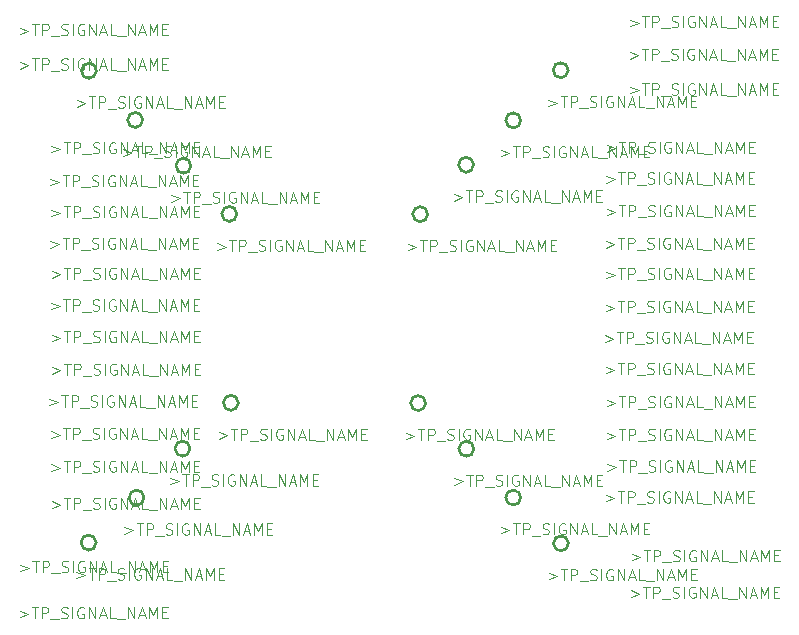
<source format=gbr>
G04 #@! TF.FileFunction,Other,Comment*
%FSLAX46Y46*%
G04 Gerber Fmt 4.6, Leading zero omitted, Abs format (unit mm)*
G04 Created by KiCad (PCBNEW 4.0.6) date 05/08/17 07:17:05*
%MOMM*%
%LPD*%
G01*
G04 APERTURE LIST*
%ADD10C,0.100000*%
%ADD11C,0.254000*%
%ADD12C,0.080000*%
G04 APERTURE END LIST*
D10*
D11*
X192020100Y-93155900D02*
G75*
G03X192020100Y-93155900I-635000J0D01*
G01*
X168011100Y-117190900D02*
G75*
G03X168011100Y-117190900I-635000J0D01*
G01*
X172106100Y-113312900D02*
G75*
G03X172106100Y-113312900I-635000J0D01*
G01*
X188137100Y-97344900D02*
G75*
G03X188137100Y-97344900I-635000J0D01*
G01*
X200028100Y-85154900D02*
G75*
G03X200028100Y-85154900I-635000J0D01*
G01*
X160061100Y-125149900D02*
G75*
G03X160061100Y-125149900I-635000J0D01*
G01*
X196015100Y-89398900D02*
G75*
G03X196015100Y-89398900I-635000J0D01*
G01*
X164124100Y-121348900D02*
G75*
G03X164124100Y-121348900I-635000J0D01*
G01*
X187960100Y-113335900D02*
G75*
G03X187960100Y-113335900I-635000J0D01*
G01*
X171975500Y-97318500D02*
G75*
G03X171975500Y-97318500I-635000J0D01*
G01*
X168088500Y-93243700D02*
G75*
G03X168088500Y-93243700I-635000J0D01*
G01*
X192044300Y-117206700D02*
G75*
G03X192044300Y-117206700I-635000J0D01*
G01*
X200051300Y-125216700D02*
G75*
G03X200051300Y-125216700I-635000J0D01*
G01*
X160082500Y-85198300D02*
G75*
G03X160082500Y-85198300I-635000J0D01*
G01*
X164002300Y-89364100D02*
G75*
G03X164002300Y-89364100I-635000J0D01*
G01*
X196014300Y-121331900D02*
G75*
G03X196014300Y-121331900I-635000J0D01*
G01*
D12*
X203283890Y-91508129D02*
X204007700Y-91779557D01*
X203283890Y-92050986D01*
X204324366Y-91191462D02*
X204867223Y-91191462D01*
X204595795Y-92141462D02*
X204595795Y-91191462D01*
X205183890Y-92141462D02*
X205183890Y-91191462D01*
X205545795Y-91191462D01*
X205636271Y-91236700D01*
X205681510Y-91281938D01*
X205726748Y-91372414D01*
X205726748Y-91508129D01*
X205681510Y-91598605D01*
X205636271Y-91643843D01*
X205545795Y-91689081D01*
X205183890Y-91689081D01*
X205907700Y-92231938D02*
X206631510Y-92231938D01*
X206812462Y-92096224D02*
X206948177Y-92141462D01*
X207174367Y-92141462D01*
X207264843Y-92096224D01*
X207310081Y-92050986D01*
X207355320Y-91960510D01*
X207355320Y-91870033D01*
X207310081Y-91779557D01*
X207264843Y-91734319D01*
X207174367Y-91689081D01*
X206993415Y-91643843D01*
X206902939Y-91598605D01*
X206857700Y-91553367D01*
X206812462Y-91462890D01*
X206812462Y-91372414D01*
X206857700Y-91281938D01*
X206902939Y-91236700D01*
X206993415Y-91191462D01*
X207219605Y-91191462D01*
X207355320Y-91236700D01*
X207762462Y-92141462D02*
X207762462Y-91191462D01*
X208712463Y-91236700D02*
X208621986Y-91191462D01*
X208486272Y-91191462D01*
X208350558Y-91236700D01*
X208260082Y-91327176D01*
X208214843Y-91417652D01*
X208169605Y-91598605D01*
X208169605Y-91734319D01*
X208214843Y-91915271D01*
X208260082Y-92005748D01*
X208350558Y-92096224D01*
X208486272Y-92141462D01*
X208576748Y-92141462D01*
X208712463Y-92096224D01*
X208757701Y-92050986D01*
X208757701Y-91734319D01*
X208576748Y-91734319D01*
X209164843Y-92141462D02*
X209164843Y-91191462D01*
X209707701Y-92141462D01*
X209707701Y-91191462D01*
X210114843Y-91870033D02*
X210567224Y-91870033D01*
X210024367Y-92141462D02*
X210341034Y-91191462D01*
X210657701Y-92141462D01*
X211426748Y-92141462D02*
X210974367Y-92141462D01*
X210974367Y-91191462D01*
X211517225Y-92231938D02*
X212241035Y-92231938D01*
X212467225Y-92141462D02*
X212467225Y-91191462D01*
X213010083Y-92141462D01*
X213010083Y-91191462D01*
X213417225Y-91870033D02*
X213869606Y-91870033D01*
X213326749Y-92141462D02*
X213643416Y-91191462D01*
X213960083Y-92141462D01*
X214276749Y-92141462D02*
X214276749Y-91191462D01*
X214593416Y-91870033D01*
X214910083Y-91191462D01*
X214910083Y-92141462D01*
X215362463Y-91643843D02*
X215679130Y-91643843D01*
X215814844Y-92141462D02*
X215362463Y-92141462D01*
X215362463Y-91191462D01*
X215814844Y-91191462D01*
X205239690Y-83634129D02*
X205963500Y-83905557D01*
X205239690Y-84176986D01*
X206280166Y-83317462D02*
X206823023Y-83317462D01*
X206551595Y-84267462D02*
X206551595Y-83317462D01*
X207139690Y-84267462D02*
X207139690Y-83317462D01*
X207501595Y-83317462D01*
X207592071Y-83362700D01*
X207637310Y-83407938D01*
X207682548Y-83498414D01*
X207682548Y-83634129D01*
X207637310Y-83724605D01*
X207592071Y-83769843D01*
X207501595Y-83815081D01*
X207139690Y-83815081D01*
X207863500Y-84357938D02*
X208587310Y-84357938D01*
X208768262Y-84222224D02*
X208903977Y-84267462D01*
X209130167Y-84267462D01*
X209220643Y-84222224D01*
X209265881Y-84176986D01*
X209311120Y-84086510D01*
X209311120Y-83996033D01*
X209265881Y-83905557D01*
X209220643Y-83860319D01*
X209130167Y-83815081D01*
X208949215Y-83769843D01*
X208858739Y-83724605D01*
X208813500Y-83679367D01*
X208768262Y-83588890D01*
X208768262Y-83498414D01*
X208813500Y-83407938D01*
X208858739Y-83362700D01*
X208949215Y-83317462D01*
X209175405Y-83317462D01*
X209311120Y-83362700D01*
X209718262Y-84267462D02*
X209718262Y-83317462D01*
X210668263Y-83362700D02*
X210577786Y-83317462D01*
X210442072Y-83317462D01*
X210306358Y-83362700D01*
X210215882Y-83453176D01*
X210170643Y-83543652D01*
X210125405Y-83724605D01*
X210125405Y-83860319D01*
X210170643Y-84041271D01*
X210215882Y-84131748D01*
X210306358Y-84222224D01*
X210442072Y-84267462D01*
X210532548Y-84267462D01*
X210668263Y-84222224D01*
X210713501Y-84176986D01*
X210713501Y-83860319D01*
X210532548Y-83860319D01*
X211120643Y-84267462D02*
X211120643Y-83317462D01*
X211663501Y-84267462D01*
X211663501Y-83317462D01*
X212070643Y-83996033D02*
X212523024Y-83996033D01*
X211980167Y-84267462D02*
X212296834Y-83317462D01*
X212613501Y-84267462D01*
X213382548Y-84267462D02*
X212930167Y-84267462D01*
X212930167Y-83317462D01*
X213473025Y-84357938D02*
X214196835Y-84357938D01*
X214423025Y-84267462D02*
X214423025Y-83317462D01*
X214965883Y-84267462D01*
X214965883Y-83317462D01*
X215373025Y-83996033D02*
X215825406Y-83996033D01*
X215282549Y-84267462D02*
X215599216Y-83317462D01*
X215915883Y-84267462D01*
X216232549Y-84267462D02*
X216232549Y-83317462D01*
X216549216Y-83996033D01*
X216865883Y-83317462D01*
X216865883Y-84267462D01*
X217318263Y-83769843D02*
X217634930Y-83769843D01*
X217770644Y-84267462D02*
X217318263Y-84267462D01*
X217318263Y-83317462D01*
X217770644Y-83317462D01*
X156268490Y-91558929D02*
X156992300Y-91830357D01*
X156268490Y-92101786D01*
X157308966Y-91242262D02*
X157851823Y-91242262D01*
X157580395Y-92192262D02*
X157580395Y-91242262D01*
X158168490Y-92192262D02*
X158168490Y-91242262D01*
X158530395Y-91242262D01*
X158620871Y-91287500D01*
X158666110Y-91332738D01*
X158711348Y-91423214D01*
X158711348Y-91558929D01*
X158666110Y-91649405D01*
X158620871Y-91694643D01*
X158530395Y-91739881D01*
X158168490Y-91739881D01*
X158892300Y-92282738D02*
X159616110Y-92282738D01*
X159797062Y-92147024D02*
X159932777Y-92192262D01*
X160158967Y-92192262D01*
X160249443Y-92147024D01*
X160294681Y-92101786D01*
X160339920Y-92011310D01*
X160339920Y-91920833D01*
X160294681Y-91830357D01*
X160249443Y-91785119D01*
X160158967Y-91739881D01*
X159978015Y-91694643D01*
X159887539Y-91649405D01*
X159842300Y-91604167D01*
X159797062Y-91513690D01*
X159797062Y-91423214D01*
X159842300Y-91332738D01*
X159887539Y-91287500D01*
X159978015Y-91242262D01*
X160204205Y-91242262D01*
X160339920Y-91287500D01*
X160747062Y-92192262D02*
X160747062Y-91242262D01*
X161697063Y-91287500D02*
X161606586Y-91242262D01*
X161470872Y-91242262D01*
X161335158Y-91287500D01*
X161244682Y-91377976D01*
X161199443Y-91468452D01*
X161154205Y-91649405D01*
X161154205Y-91785119D01*
X161199443Y-91966071D01*
X161244682Y-92056548D01*
X161335158Y-92147024D01*
X161470872Y-92192262D01*
X161561348Y-92192262D01*
X161697063Y-92147024D01*
X161742301Y-92101786D01*
X161742301Y-91785119D01*
X161561348Y-91785119D01*
X162149443Y-92192262D02*
X162149443Y-91242262D01*
X162692301Y-92192262D01*
X162692301Y-91242262D01*
X163099443Y-91920833D02*
X163551824Y-91920833D01*
X163008967Y-92192262D02*
X163325634Y-91242262D01*
X163642301Y-92192262D01*
X164411348Y-92192262D02*
X163958967Y-92192262D01*
X163958967Y-91242262D01*
X164501825Y-92282738D02*
X165225635Y-92282738D01*
X165451825Y-92192262D02*
X165451825Y-91242262D01*
X165994683Y-92192262D01*
X165994683Y-91242262D01*
X166401825Y-91920833D02*
X166854206Y-91920833D01*
X166311349Y-92192262D02*
X166628016Y-91242262D01*
X166944683Y-92192262D01*
X167261349Y-92192262D02*
X167261349Y-91242262D01*
X167578016Y-91920833D01*
X167894683Y-91242262D01*
X167894683Y-92192262D01*
X168347063Y-91694643D02*
X168663730Y-91694643D01*
X168799444Y-92192262D02*
X168347063Y-92192262D01*
X168347063Y-91242262D01*
X168799444Y-91242262D01*
X153601490Y-81551329D02*
X154325300Y-81822757D01*
X153601490Y-82094186D01*
X154641966Y-81234662D02*
X155184823Y-81234662D01*
X154913395Y-82184662D02*
X154913395Y-81234662D01*
X155501490Y-82184662D02*
X155501490Y-81234662D01*
X155863395Y-81234662D01*
X155953871Y-81279900D01*
X155999110Y-81325138D01*
X156044348Y-81415614D01*
X156044348Y-81551329D01*
X155999110Y-81641805D01*
X155953871Y-81687043D01*
X155863395Y-81732281D01*
X155501490Y-81732281D01*
X156225300Y-82275138D02*
X156949110Y-82275138D01*
X157130062Y-82139424D02*
X157265777Y-82184662D01*
X157491967Y-82184662D01*
X157582443Y-82139424D01*
X157627681Y-82094186D01*
X157672920Y-82003710D01*
X157672920Y-81913233D01*
X157627681Y-81822757D01*
X157582443Y-81777519D01*
X157491967Y-81732281D01*
X157311015Y-81687043D01*
X157220539Y-81641805D01*
X157175300Y-81596567D01*
X157130062Y-81506090D01*
X157130062Y-81415614D01*
X157175300Y-81325138D01*
X157220539Y-81279900D01*
X157311015Y-81234662D01*
X157537205Y-81234662D01*
X157672920Y-81279900D01*
X158080062Y-82184662D02*
X158080062Y-81234662D01*
X159030063Y-81279900D02*
X158939586Y-81234662D01*
X158803872Y-81234662D01*
X158668158Y-81279900D01*
X158577682Y-81370376D01*
X158532443Y-81460852D01*
X158487205Y-81641805D01*
X158487205Y-81777519D01*
X158532443Y-81958471D01*
X158577682Y-82048948D01*
X158668158Y-82139424D01*
X158803872Y-82184662D01*
X158894348Y-82184662D01*
X159030063Y-82139424D01*
X159075301Y-82094186D01*
X159075301Y-81777519D01*
X158894348Y-81777519D01*
X159482443Y-82184662D02*
X159482443Y-81234662D01*
X160025301Y-82184662D01*
X160025301Y-81234662D01*
X160432443Y-81913233D02*
X160884824Y-81913233D01*
X160341967Y-82184662D02*
X160658634Y-81234662D01*
X160975301Y-82184662D01*
X161744348Y-82184662D02*
X161291967Y-82184662D01*
X161291967Y-81234662D01*
X161834825Y-82275138D02*
X162558635Y-82275138D01*
X162784825Y-82184662D02*
X162784825Y-81234662D01*
X163327683Y-82184662D01*
X163327683Y-81234662D01*
X163734825Y-81913233D02*
X164187206Y-81913233D01*
X163644349Y-82184662D02*
X163961016Y-81234662D01*
X164277683Y-82184662D01*
X164594349Y-82184662D02*
X164594349Y-81234662D01*
X164911016Y-81913233D01*
X165227683Y-81234662D01*
X165227683Y-82184662D01*
X165680063Y-81687043D02*
X165996730Y-81687043D01*
X166132444Y-82184662D02*
X165680063Y-82184662D01*
X165680063Y-81234662D01*
X166132444Y-81234662D01*
X203207690Y-104995529D02*
X203931500Y-105266957D01*
X203207690Y-105538386D01*
X204248166Y-104678862D02*
X204791023Y-104678862D01*
X204519595Y-105628862D02*
X204519595Y-104678862D01*
X205107690Y-105628862D02*
X205107690Y-104678862D01*
X205469595Y-104678862D01*
X205560071Y-104724100D01*
X205605310Y-104769338D01*
X205650548Y-104859814D01*
X205650548Y-104995529D01*
X205605310Y-105086005D01*
X205560071Y-105131243D01*
X205469595Y-105176481D01*
X205107690Y-105176481D01*
X205831500Y-105719338D02*
X206555310Y-105719338D01*
X206736262Y-105583624D02*
X206871977Y-105628862D01*
X207098167Y-105628862D01*
X207188643Y-105583624D01*
X207233881Y-105538386D01*
X207279120Y-105447910D01*
X207279120Y-105357433D01*
X207233881Y-105266957D01*
X207188643Y-105221719D01*
X207098167Y-105176481D01*
X206917215Y-105131243D01*
X206826739Y-105086005D01*
X206781500Y-105040767D01*
X206736262Y-104950290D01*
X206736262Y-104859814D01*
X206781500Y-104769338D01*
X206826739Y-104724100D01*
X206917215Y-104678862D01*
X207143405Y-104678862D01*
X207279120Y-104724100D01*
X207686262Y-105628862D02*
X207686262Y-104678862D01*
X208636263Y-104724100D02*
X208545786Y-104678862D01*
X208410072Y-104678862D01*
X208274358Y-104724100D01*
X208183882Y-104814576D01*
X208138643Y-104905052D01*
X208093405Y-105086005D01*
X208093405Y-105221719D01*
X208138643Y-105402671D01*
X208183882Y-105493148D01*
X208274358Y-105583624D01*
X208410072Y-105628862D01*
X208500548Y-105628862D01*
X208636263Y-105583624D01*
X208681501Y-105538386D01*
X208681501Y-105221719D01*
X208500548Y-105221719D01*
X209088643Y-105628862D02*
X209088643Y-104678862D01*
X209631501Y-105628862D01*
X209631501Y-104678862D01*
X210038643Y-105357433D02*
X210491024Y-105357433D01*
X209948167Y-105628862D02*
X210264834Y-104678862D01*
X210581501Y-105628862D01*
X211350548Y-105628862D02*
X210898167Y-105628862D01*
X210898167Y-104678862D01*
X211441025Y-105719338D02*
X212164835Y-105719338D01*
X212391025Y-105628862D02*
X212391025Y-104678862D01*
X212933883Y-105628862D01*
X212933883Y-104678862D01*
X213341025Y-105357433D02*
X213793406Y-105357433D01*
X213250549Y-105628862D02*
X213567216Y-104678862D01*
X213883883Y-105628862D01*
X214200549Y-105628862D02*
X214200549Y-104678862D01*
X214517216Y-105357433D01*
X214833883Y-104678862D01*
X214833883Y-105628862D01*
X215286263Y-105131243D02*
X215602930Y-105131243D01*
X215738644Y-105628862D02*
X215286263Y-105628862D01*
X215286263Y-104678862D01*
X215738644Y-104678862D01*
X203106090Y-107611729D02*
X203829900Y-107883157D01*
X203106090Y-108154586D01*
X204146566Y-107295062D02*
X204689423Y-107295062D01*
X204417995Y-108245062D02*
X204417995Y-107295062D01*
X205006090Y-108245062D02*
X205006090Y-107295062D01*
X205367995Y-107295062D01*
X205458471Y-107340300D01*
X205503710Y-107385538D01*
X205548948Y-107476014D01*
X205548948Y-107611729D01*
X205503710Y-107702205D01*
X205458471Y-107747443D01*
X205367995Y-107792681D01*
X205006090Y-107792681D01*
X205729900Y-108335538D02*
X206453710Y-108335538D01*
X206634662Y-108199824D02*
X206770377Y-108245062D01*
X206996567Y-108245062D01*
X207087043Y-108199824D01*
X207132281Y-108154586D01*
X207177520Y-108064110D01*
X207177520Y-107973633D01*
X207132281Y-107883157D01*
X207087043Y-107837919D01*
X206996567Y-107792681D01*
X206815615Y-107747443D01*
X206725139Y-107702205D01*
X206679900Y-107656967D01*
X206634662Y-107566490D01*
X206634662Y-107476014D01*
X206679900Y-107385538D01*
X206725139Y-107340300D01*
X206815615Y-107295062D01*
X207041805Y-107295062D01*
X207177520Y-107340300D01*
X207584662Y-108245062D02*
X207584662Y-107295062D01*
X208534663Y-107340300D02*
X208444186Y-107295062D01*
X208308472Y-107295062D01*
X208172758Y-107340300D01*
X208082282Y-107430776D01*
X208037043Y-107521252D01*
X207991805Y-107702205D01*
X207991805Y-107837919D01*
X208037043Y-108018871D01*
X208082282Y-108109348D01*
X208172758Y-108199824D01*
X208308472Y-108245062D01*
X208398948Y-108245062D01*
X208534663Y-108199824D01*
X208579901Y-108154586D01*
X208579901Y-107837919D01*
X208398948Y-107837919D01*
X208987043Y-108245062D02*
X208987043Y-107295062D01*
X209529901Y-108245062D01*
X209529901Y-107295062D01*
X209937043Y-107973633D02*
X210389424Y-107973633D01*
X209846567Y-108245062D02*
X210163234Y-107295062D01*
X210479901Y-108245062D01*
X211248948Y-108245062D02*
X210796567Y-108245062D01*
X210796567Y-107295062D01*
X211339425Y-108335538D02*
X212063235Y-108335538D01*
X212289425Y-108245062D02*
X212289425Y-107295062D01*
X212832283Y-108245062D01*
X212832283Y-107295062D01*
X213239425Y-107973633D02*
X213691806Y-107973633D01*
X213148949Y-108245062D02*
X213465616Y-107295062D01*
X213782283Y-108245062D01*
X214098949Y-108245062D02*
X214098949Y-107295062D01*
X214415616Y-107973633D01*
X214732283Y-107295062D01*
X214732283Y-108245062D01*
X215184663Y-107747443D02*
X215501330Y-107747443D01*
X215637044Y-108245062D02*
X215184663Y-108245062D01*
X215184663Y-107295062D01*
X215637044Y-107295062D01*
X156293890Y-107535529D02*
X157017700Y-107806957D01*
X156293890Y-108078386D01*
X157334366Y-107218862D02*
X157877223Y-107218862D01*
X157605795Y-108168862D02*
X157605795Y-107218862D01*
X158193890Y-108168862D02*
X158193890Y-107218862D01*
X158555795Y-107218862D01*
X158646271Y-107264100D01*
X158691510Y-107309338D01*
X158736748Y-107399814D01*
X158736748Y-107535529D01*
X158691510Y-107626005D01*
X158646271Y-107671243D01*
X158555795Y-107716481D01*
X158193890Y-107716481D01*
X158917700Y-108259338D02*
X159641510Y-108259338D01*
X159822462Y-108123624D02*
X159958177Y-108168862D01*
X160184367Y-108168862D01*
X160274843Y-108123624D01*
X160320081Y-108078386D01*
X160365320Y-107987910D01*
X160365320Y-107897433D01*
X160320081Y-107806957D01*
X160274843Y-107761719D01*
X160184367Y-107716481D01*
X160003415Y-107671243D01*
X159912939Y-107626005D01*
X159867700Y-107580767D01*
X159822462Y-107490290D01*
X159822462Y-107399814D01*
X159867700Y-107309338D01*
X159912939Y-107264100D01*
X160003415Y-107218862D01*
X160229605Y-107218862D01*
X160365320Y-107264100D01*
X160772462Y-108168862D02*
X160772462Y-107218862D01*
X161722463Y-107264100D02*
X161631986Y-107218862D01*
X161496272Y-107218862D01*
X161360558Y-107264100D01*
X161270082Y-107354576D01*
X161224843Y-107445052D01*
X161179605Y-107626005D01*
X161179605Y-107761719D01*
X161224843Y-107942671D01*
X161270082Y-108033148D01*
X161360558Y-108123624D01*
X161496272Y-108168862D01*
X161586748Y-108168862D01*
X161722463Y-108123624D01*
X161767701Y-108078386D01*
X161767701Y-107761719D01*
X161586748Y-107761719D01*
X162174843Y-108168862D02*
X162174843Y-107218862D01*
X162717701Y-108168862D01*
X162717701Y-107218862D01*
X163124843Y-107897433D02*
X163577224Y-107897433D01*
X163034367Y-108168862D02*
X163351034Y-107218862D01*
X163667701Y-108168862D01*
X164436748Y-108168862D02*
X163984367Y-108168862D01*
X163984367Y-107218862D01*
X164527225Y-108259338D02*
X165251035Y-108259338D01*
X165477225Y-108168862D02*
X165477225Y-107218862D01*
X166020083Y-108168862D01*
X166020083Y-107218862D01*
X166427225Y-107897433D02*
X166879606Y-107897433D01*
X166336749Y-108168862D02*
X166653416Y-107218862D01*
X166970083Y-108168862D01*
X167286749Y-108168862D02*
X167286749Y-107218862D01*
X167603416Y-107897433D01*
X167920083Y-107218862D01*
X167920083Y-108168862D01*
X168372463Y-107671243D02*
X168689130Y-107671243D01*
X168824844Y-108168862D02*
X168372463Y-108168862D01*
X168372463Y-107218862D01*
X168824844Y-107218862D01*
X203207690Y-110253329D02*
X203931500Y-110524757D01*
X203207690Y-110796186D01*
X204248166Y-109936662D02*
X204791023Y-109936662D01*
X204519595Y-110886662D02*
X204519595Y-109936662D01*
X205107690Y-110886662D02*
X205107690Y-109936662D01*
X205469595Y-109936662D01*
X205560071Y-109981900D01*
X205605310Y-110027138D01*
X205650548Y-110117614D01*
X205650548Y-110253329D01*
X205605310Y-110343805D01*
X205560071Y-110389043D01*
X205469595Y-110434281D01*
X205107690Y-110434281D01*
X205831500Y-110977138D02*
X206555310Y-110977138D01*
X206736262Y-110841424D02*
X206871977Y-110886662D01*
X207098167Y-110886662D01*
X207188643Y-110841424D01*
X207233881Y-110796186D01*
X207279120Y-110705710D01*
X207279120Y-110615233D01*
X207233881Y-110524757D01*
X207188643Y-110479519D01*
X207098167Y-110434281D01*
X206917215Y-110389043D01*
X206826739Y-110343805D01*
X206781500Y-110298567D01*
X206736262Y-110208090D01*
X206736262Y-110117614D01*
X206781500Y-110027138D01*
X206826739Y-109981900D01*
X206917215Y-109936662D01*
X207143405Y-109936662D01*
X207279120Y-109981900D01*
X207686262Y-110886662D02*
X207686262Y-109936662D01*
X208636263Y-109981900D02*
X208545786Y-109936662D01*
X208410072Y-109936662D01*
X208274358Y-109981900D01*
X208183882Y-110072376D01*
X208138643Y-110162852D01*
X208093405Y-110343805D01*
X208093405Y-110479519D01*
X208138643Y-110660471D01*
X208183882Y-110750948D01*
X208274358Y-110841424D01*
X208410072Y-110886662D01*
X208500548Y-110886662D01*
X208636263Y-110841424D01*
X208681501Y-110796186D01*
X208681501Y-110479519D01*
X208500548Y-110479519D01*
X209088643Y-110886662D02*
X209088643Y-109936662D01*
X209631501Y-110886662D01*
X209631501Y-109936662D01*
X210038643Y-110615233D02*
X210491024Y-110615233D01*
X209948167Y-110886662D02*
X210264834Y-109936662D01*
X210581501Y-110886662D01*
X211350548Y-110886662D02*
X210898167Y-110886662D01*
X210898167Y-109936662D01*
X211441025Y-110977138D02*
X212164835Y-110977138D01*
X212391025Y-110886662D02*
X212391025Y-109936662D01*
X212933883Y-110886662D01*
X212933883Y-109936662D01*
X213341025Y-110615233D02*
X213793406Y-110615233D01*
X213250549Y-110886662D02*
X213567216Y-109936662D01*
X213883883Y-110886662D01*
X214200549Y-110886662D02*
X214200549Y-109936662D01*
X214517216Y-110615233D01*
X214833883Y-109936662D01*
X214833883Y-110886662D01*
X215286263Y-110389043D02*
X215602930Y-110389043D01*
X215738644Y-110886662D02*
X215286263Y-110886662D01*
X215286263Y-109936662D01*
X215738644Y-109936662D01*
X156319290Y-110304129D02*
X157043100Y-110575557D01*
X156319290Y-110846986D01*
X157359766Y-109987462D02*
X157902623Y-109987462D01*
X157631195Y-110937462D02*
X157631195Y-109987462D01*
X158219290Y-110937462D02*
X158219290Y-109987462D01*
X158581195Y-109987462D01*
X158671671Y-110032700D01*
X158716910Y-110077938D01*
X158762148Y-110168414D01*
X158762148Y-110304129D01*
X158716910Y-110394605D01*
X158671671Y-110439843D01*
X158581195Y-110485081D01*
X158219290Y-110485081D01*
X158943100Y-111027938D02*
X159666910Y-111027938D01*
X159847862Y-110892224D02*
X159983577Y-110937462D01*
X160209767Y-110937462D01*
X160300243Y-110892224D01*
X160345481Y-110846986D01*
X160390720Y-110756510D01*
X160390720Y-110666033D01*
X160345481Y-110575557D01*
X160300243Y-110530319D01*
X160209767Y-110485081D01*
X160028815Y-110439843D01*
X159938339Y-110394605D01*
X159893100Y-110349367D01*
X159847862Y-110258890D01*
X159847862Y-110168414D01*
X159893100Y-110077938D01*
X159938339Y-110032700D01*
X160028815Y-109987462D01*
X160255005Y-109987462D01*
X160390720Y-110032700D01*
X160797862Y-110937462D02*
X160797862Y-109987462D01*
X161747863Y-110032700D02*
X161657386Y-109987462D01*
X161521672Y-109987462D01*
X161385958Y-110032700D01*
X161295482Y-110123176D01*
X161250243Y-110213652D01*
X161205005Y-110394605D01*
X161205005Y-110530319D01*
X161250243Y-110711271D01*
X161295482Y-110801748D01*
X161385958Y-110892224D01*
X161521672Y-110937462D01*
X161612148Y-110937462D01*
X161747863Y-110892224D01*
X161793101Y-110846986D01*
X161793101Y-110530319D01*
X161612148Y-110530319D01*
X162200243Y-110937462D02*
X162200243Y-109987462D01*
X162743101Y-110937462D01*
X162743101Y-109987462D01*
X163150243Y-110666033D02*
X163602624Y-110666033D01*
X163059767Y-110937462D02*
X163376434Y-109987462D01*
X163693101Y-110937462D01*
X164462148Y-110937462D02*
X164009767Y-110937462D01*
X164009767Y-109987462D01*
X164552625Y-111027938D02*
X165276435Y-111027938D01*
X165502625Y-110937462D02*
X165502625Y-109987462D01*
X166045483Y-110937462D01*
X166045483Y-109987462D01*
X166452625Y-110666033D02*
X166905006Y-110666033D01*
X166362149Y-110937462D02*
X166678816Y-109987462D01*
X166995483Y-110937462D01*
X167312149Y-110937462D02*
X167312149Y-109987462D01*
X167628816Y-110666033D01*
X167945483Y-109987462D01*
X167945483Y-110937462D01*
X168397863Y-110439843D02*
X168714530Y-110439843D01*
X168850244Y-110937462D02*
X168397863Y-110937462D01*
X168397863Y-109987462D01*
X168850244Y-109987462D01*
X203233090Y-94124329D02*
X203956900Y-94395757D01*
X203233090Y-94667186D01*
X204273566Y-93807662D02*
X204816423Y-93807662D01*
X204544995Y-94757662D02*
X204544995Y-93807662D01*
X205133090Y-94757662D02*
X205133090Y-93807662D01*
X205494995Y-93807662D01*
X205585471Y-93852900D01*
X205630710Y-93898138D01*
X205675948Y-93988614D01*
X205675948Y-94124329D01*
X205630710Y-94214805D01*
X205585471Y-94260043D01*
X205494995Y-94305281D01*
X205133090Y-94305281D01*
X205856900Y-94848138D02*
X206580710Y-94848138D01*
X206761662Y-94712424D02*
X206897377Y-94757662D01*
X207123567Y-94757662D01*
X207214043Y-94712424D01*
X207259281Y-94667186D01*
X207304520Y-94576710D01*
X207304520Y-94486233D01*
X207259281Y-94395757D01*
X207214043Y-94350519D01*
X207123567Y-94305281D01*
X206942615Y-94260043D01*
X206852139Y-94214805D01*
X206806900Y-94169567D01*
X206761662Y-94079090D01*
X206761662Y-93988614D01*
X206806900Y-93898138D01*
X206852139Y-93852900D01*
X206942615Y-93807662D01*
X207168805Y-93807662D01*
X207304520Y-93852900D01*
X207711662Y-94757662D02*
X207711662Y-93807662D01*
X208661663Y-93852900D02*
X208571186Y-93807662D01*
X208435472Y-93807662D01*
X208299758Y-93852900D01*
X208209282Y-93943376D01*
X208164043Y-94033852D01*
X208118805Y-94214805D01*
X208118805Y-94350519D01*
X208164043Y-94531471D01*
X208209282Y-94621948D01*
X208299758Y-94712424D01*
X208435472Y-94757662D01*
X208525948Y-94757662D01*
X208661663Y-94712424D01*
X208706901Y-94667186D01*
X208706901Y-94350519D01*
X208525948Y-94350519D01*
X209114043Y-94757662D02*
X209114043Y-93807662D01*
X209656901Y-94757662D01*
X209656901Y-93807662D01*
X210064043Y-94486233D02*
X210516424Y-94486233D01*
X209973567Y-94757662D02*
X210290234Y-93807662D01*
X210606901Y-94757662D01*
X211375948Y-94757662D02*
X210923567Y-94757662D01*
X210923567Y-93807662D01*
X211466425Y-94848138D02*
X212190235Y-94848138D01*
X212416425Y-94757662D02*
X212416425Y-93807662D01*
X212959283Y-94757662D01*
X212959283Y-93807662D01*
X213366425Y-94486233D02*
X213818806Y-94486233D01*
X213275949Y-94757662D02*
X213592616Y-93807662D01*
X213909283Y-94757662D01*
X214225949Y-94757662D02*
X214225949Y-93807662D01*
X214542616Y-94486233D01*
X214859283Y-93807662D01*
X214859283Y-94757662D01*
X215311663Y-94260043D02*
X215628330Y-94260043D01*
X215764044Y-94757662D02*
X215311663Y-94757662D01*
X215311663Y-93807662D01*
X215764044Y-93807662D01*
X203283890Y-115841329D02*
X204007700Y-116112757D01*
X203283890Y-116384186D01*
X204324366Y-115524662D02*
X204867223Y-115524662D01*
X204595795Y-116474662D02*
X204595795Y-115524662D01*
X205183890Y-116474662D02*
X205183890Y-115524662D01*
X205545795Y-115524662D01*
X205636271Y-115569900D01*
X205681510Y-115615138D01*
X205726748Y-115705614D01*
X205726748Y-115841329D01*
X205681510Y-115931805D01*
X205636271Y-115977043D01*
X205545795Y-116022281D01*
X205183890Y-116022281D01*
X205907700Y-116565138D02*
X206631510Y-116565138D01*
X206812462Y-116429424D02*
X206948177Y-116474662D01*
X207174367Y-116474662D01*
X207264843Y-116429424D01*
X207310081Y-116384186D01*
X207355320Y-116293710D01*
X207355320Y-116203233D01*
X207310081Y-116112757D01*
X207264843Y-116067519D01*
X207174367Y-116022281D01*
X206993415Y-115977043D01*
X206902939Y-115931805D01*
X206857700Y-115886567D01*
X206812462Y-115796090D01*
X206812462Y-115705614D01*
X206857700Y-115615138D01*
X206902939Y-115569900D01*
X206993415Y-115524662D01*
X207219605Y-115524662D01*
X207355320Y-115569900D01*
X207762462Y-116474662D02*
X207762462Y-115524662D01*
X208712463Y-115569900D02*
X208621986Y-115524662D01*
X208486272Y-115524662D01*
X208350558Y-115569900D01*
X208260082Y-115660376D01*
X208214843Y-115750852D01*
X208169605Y-115931805D01*
X208169605Y-116067519D01*
X208214843Y-116248471D01*
X208260082Y-116338948D01*
X208350558Y-116429424D01*
X208486272Y-116474662D01*
X208576748Y-116474662D01*
X208712463Y-116429424D01*
X208757701Y-116384186D01*
X208757701Y-116067519D01*
X208576748Y-116067519D01*
X209164843Y-116474662D02*
X209164843Y-115524662D01*
X209707701Y-116474662D01*
X209707701Y-115524662D01*
X210114843Y-116203233D02*
X210567224Y-116203233D01*
X210024367Y-116474662D02*
X210341034Y-115524662D01*
X210657701Y-116474662D01*
X211426748Y-116474662D02*
X210974367Y-116474662D01*
X210974367Y-115524662D01*
X211517225Y-116565138D02*
X212241035Y-116565138D01*
X212467225Y-116474662D02*
X212467225Y-115524662D01*
X213010083Y-116474662D01*
X213010083Y-115524662D01*
X213417225Y-116203233D02*
X213869606Y-116203233D01*
X213326749Y-116474662D02*
X213643416Y-115524662D01*
X213960083Y-116474662D01*
X214276749Y-116474662D02*
X214276749Y-115524662D01*
X214593416Y-116203233D01*
X214910083Y-115524662D01*
X214910083Y-116474662D01*
X215362463Y-115977043D02*
X215679130Y-115977043D01*
X215814844Y-116474662D02*
X215362463Y-116474662D01*
X215362463Y-115524662D01*
X215814844Y-115524662D01*
X156243090Y-115739729D02*
X156966900Y-116011157D01*
X156243090Y-116282586D01*
X157283566Y-115423062D02*
X157826423Y-115423062D01*
X157554995Y-116373062D02*
X157554995Y-115423062D01*
X158143090Y-116373062D02*
X158143090Y-115423062D01*
X158504995Y-115423062D01*
X158595471Y-115468300D01*
X158640710Y-115513538D01*
X158685948Y-115604014D01*
X158685948Y-115739729D01*
X158640710Y-115830205D01*
X158595471Y-115875443D01*
X158504995Y-115920681D01*
X158143090Y-115920681D01*
X158866900Y-116463538D02*
X159590710Y-116463538D01*
X159771662Y-116327824D02*
X159907377Y-116373062D01*
X160133567Y-116373062D01*
X160224043Y-116327824D01*
X160269281Y-116282586D01*
X160314520Y-116192110D01*
X160314520Y-116101633D01*
X160269281Y-116011157D01*
X160224043Y-115965919D01*
X160133567Y-115920681D01*
X159952615Y-115875443D01*
X159862139Y-115830205D01*
X159816900Y-115784967D01*
X159771662Y-115694490D01*
X159771662Y-115604014D01*
X159816900Y-115513538D01*
X159862139Y-115468300D01*
X159952615Y-115423062D01*
X160178805Y-115423062D01*
X160314520Y-115468300D01*
X160721662Y-116373062D02*
X160721662Y-115423062D01*
X161671663Y-115468300D02*
X161581186Y-115423062D01*
X161445472Y-115423062D01*
X161309758Y-115468300D01*
X161219282Y-115558776D01*
X161174043Y-115649252D01*
X161128805Y-115830205D01*
X161128805Y-115965919D01*
X161174043Y-116146871D01*
X161219282Y-116237348D01*
X161309758Y-116327824D01*
X161445472Y-116373062D01*
X161535948Y-116373062D01*
X161671663Y-116327824D01*
X161716901Y-116282586D01*
X161716901Y-115965919D01*
X161535948Y-115965919D01*
X162124043Y-116373062D02*
X162124043Y-115423062D01*
X162666901Y-116373062D01*
X162666901Y-115423062D01*
X163074043Y-116101633D02*
X163526424Y-116101633D01*
X162983567Y-116373062D02*
X163300234Y-115423062D01*
X163616901Y-116373062D01*
X164385948Y-116373062D02*
X163933567Y-116373062D01*
X163933567Y-115423062D01*
X164476425Y-116463538D02*
X165200235Y-116463538D01*
X165426425Y-116373062D02*
X165426425Y-115423062D01*
X165969283Y-116373062D01*
X165969283Y-115423062D01*
X166376425Y-116101633D02*
X166828806Y-116101633D01*
X166285949Y-116373062D02*
X166602616Y-115423062D01*
X166919283Y-116373062D01*
X167235949Y-116373062D02*
X167235949Y-115423062D01*
X167552616Y-116101633D01*
X167869283Y-115423062D01*
X167869283Y-116373062D01*
X168321663Y-115875443D02*
X168638330Y-115875443D01*
X168774044Y-116373062D02*
X168321663Y-116373062D01*
X168321663Y-115423062D01*
X168774044Y-115423062D01*
X203207690Y-99636129D02*
X203931500Y-99907557D01*
X203207690Y-100178986D01*
X204248166Y-99319462D02*
X204791023Y-99319462D01*
X204519595Y-100269462D02*
X204519595Y-99319462D01*
X205107690Y-100269462D02*
X205107690Y-99319462D01*
X205469595Y-99319462D01*
X205560071Y-99364700D01*
X205605310Y-99409938D01*
X205650548Y-99500414D01*
X205650548Y-99636129D01*
X205605310Y-99726605D01*
X205560071Y-99771843D01*
X205469595Y-99817081D01*
X205107690Y-99817081D01*
X205831500Y-100359938D02*
X206555310Y-100359938D01*
X206736262Y-100224224D02*
X206871977Y-100269462D01*
X207098167Y-100269462D01*
X207188643Y-100224224D01*
X207233881Y-100178986D01*
X207279120Y-100088510D01*
X207279120Y-99998033D01*
X207233881Y-99907557D01*
X207188643Y-99862319D01*
X207098167Y-99817081D01*
X206917215Y-99771843D01*
X206826739Y-99726605D01*
X206781500Y-99681367D01*
X206736262Y-99590890D01*
X206736262Y-99500414D01*
X206781500Y-99409938D01*
X206826739Y-99364700D01*
X206917215Y-99319462D01*
X207143405Y-99319462D01*
X207279120Y-99364700D01*
X207686262Y-100269462D02*
X207686262Y-99319462D01*
X208636263Y-99364700D02*
X208545786Y-99319462D01*
X208410072Y-99319462D01*
X208274358Y-99364700D01*
X208183882Y-99455176D01*
X208138643Y-99545652D01*
X208093405Y-99726605D01*
X208093405Y-99862319D01*
X208138643Y-100043271D01*
X208183882Y-100133748D01*
X208274358Y-100224224D01*
X208410072Y-100269462D01*
X208500548Y-100269462D01*
X208636263Y-100224224D01*
X208681501Y-100178986D01*
X208681501Y-99862319D01*
X208500548Y-99862319D01*
X209088643Y-100269462D02*
X209088643Y-99319462D01*
X209631501Y-100269462D01*
X209631501Y-99319462D01*
X210038643Y-99998033D02*
X210491024Y-99998033D01*
X209948167Y-100269462D02*
X210264834Y-99319462D01*
X210581501Y-100269462D01*
X211350548Y-100269462D02*
X210898167Y-100269462D01*
X210898167Y-99319462D01*
X211441025Y-100359938D02*
X212164835Y-100359938D01*
X212391025Y-100269462D02*
X212391025Y-99319462D01*
X212933883Y-100269462D01*
X212933883Y-99319462D01*
X213341025Y-99998033D02*
X213793406Y-99998033D01*
X213250549Y-100269462D02*
X213567216Y-99319462D01*
X213883883Y-100269462D01*
X214200549Y-100269462D02*
X214200549Y-99319462D01*
X214517216Y-99998033D01*
X214833883Y-99319462D01*
X214833883Y-100269462D01*
X215286263Y-99771843D02*
X215602930Y-99771843D01*
X215738644Y-100269462D02*
X215286263Y-100269462D01*
X215286263Y-99319462D01*
X215738644Y-99319462D01*
X156192290Y-99636129D02*
X156916100Y-99907557D01*
X156192290Y-100178986D01*
X157232766Y-99319462D02*
X157775623Y-99319462D01*
X157504195Y-100269462D02*
X157504195Y-99319462D01*
X158092290Y-100269462D02*
X158092290Y-99319462D01*
X158454195Y-99319462D01*
X158544671Y-99364700D01*
X158589910Y-99409938D01*
X158635148Y-99500414D01*
X158635148Y-99636129D01*
X158589910Y-99726605D01*
X158544671Y-99771843D01*
X158454195Y-99817081D01*
X158092290Y-99817081D01*
X158816100Y-100359938D02*
X159539910Y-100359938D01*
X159720862Y-100224224D02*
X159856577Y-100269462D01*
X160082767Y-100269462D01*
X160173243Y-100224224D01*
X160218481Y-100178986D01*
X160263720Y-100088510D01*
X160263720Y-99998033D01*
X160218481Y-99907557D01*
X160173243Y-99862319D01*
X160082767Y-99817081D01*
X159901815Y-99771843D01*
X159811339Y-99726605D01*
X159766100Y-99681367D01*
X159720862Y-99590890D01*
X159720862Y-99500414D01*
X159766100Y-99409938D01*
X159811339Y-99364700D01*
X159901815Y-99319462D01*
X160128005Y-99319462D01*
X160263720Y-99364700D01*
X160670862Y-100269462D02*
X160670862Y-99319462D01*
X161620863Y-99364700D02*
X161530386Y-99319462D01*
X161394672Y-99319462D01*
X161258958Y-99364700D01*
X161168482Y-99455176D01*
X161123243Y-99545652D01*
X161078005Y-99726605D01*
X161078005Y-99862319D01*
X161123243Y-100043271D01*
X161168482Y-100133748D01*
X161258958Y-100224224D01*
X161394672Y-100269462D01*
X161485148Y-100269462D01*
X161620863Y-100224224D01*
X161666101Y-100178986D01*
X161666101Y-99862319D01*
X161485148Y-99862319D01*
X162073243Y-100269462D02*
X162073243Y-99319462D01*
X162616101Y-100269462D01*
X162616101Y-99319462D01*
X163023243Y-99998033D02*
X163475624Y-99998033D01*
X162932767Y-100269462D02*
X163249434Y-99319462D01*
X163566101Y-100269462D01*
X164335148Y-100269462D02*
X163882767Y-100269462D01*
X163882767Y-99319462D01*
X164425625Y-100359938D02*
X165149435Y-100359938D01*
X165375625Y-100269462D02*
X165375625Y-99319462D01*
X165918483Y-100269462D01*
X165918483Y-99319462D01*
X166325625Y-99998033D02*
X166778006Y-99998033D01*
X166235149Y-100269462D02*
X166551816Y-99319462D01*
X166868483Y-100269462D01*
X167185149Y-100269462D02*
X167185149Y-99319462D01*
X167501816Y-99998033D01*
X167818483Y-99319462D01*
X167818483Y-100269462D01*
X168270863Y-99771843D02*
X168587530Y-99771843D01*
X168723244Y-100269462D02*
X168270863Y-100269462D01*
X168270863Y-99319462D01*
X168723244Y-99319462D01*
X190341290Y-95652329D02*
X191065100Y-95923757D01*
X190341290Y-96195186D01*
X191381766Y-95335662D02*
X191924623Y-95335662D01*
X191653195Y-96285662D02*
X191653195Y-95335662D01*
X192241290Y-96285662D02*
X192241290Y-95335662D01*
X192603195Y-95335662D01*
X192693671Y-95380900D01*
X192738910Y-95426138D01*
X192784148Y-95516614D01*
X192784148Y-95652329D01*
X192738910Y-95742805D01*
X192693671Y-95788043D01*
X192603195Y-95833281D01*
X192241290Y-95833281D01*
X192965100Y-96376138D02*
X193688910Y-96376138D01*
X193869862Y-96240424D02*
X194005577Y-96285662D01*
X194231767Y-96285662D01*
X194322243Y-96240424D01*
X194367481Y-96195186D01*
X194412720Y-96104710D01*
X194412720Y-96014233D01*
X194367481Y-95923757D01*
X194322243Y-95878519D01*
X194231767Y-95833281D01*
X194050815Y-95788043D01*
X193960339Y-95742805D01*
X193915100Y-95697567D01*
X193869862Y-95607090D01*
X193869862Y-95516614D01*
X193915100Y-95426138D01*
X193960339Y-95380900D01*
X194050815Y-95335662D01*
X194277005Y-95335662D01*
X194412720Y-95380900D01*
X194819862Y-96285662D02*
X194819862Y-95335662D01*
X195769863Y-95380900D02*
X195679386Y-95335662D01*
X195543672Y-95335662D01*
X195407958Y-95380900D01*
X195317482Y-95471376D01*
X195272243Y-95561852D01*
X195227005Y-95742805D01*
X195227005Y-95878519D01*
X195272243Y-96059471D01*
X195317482Y-96149948D01*
X195407958Y-96240424D01*
X195543672Y-96285662D01*
X195634148Y-96285662D01*
X195769863Y-96240424D01*
X195815101Y-96195186D01*
X195815101Y-95878519D01*
X195634148Y-95878519D01*
X196222243Y-96285662D02*
X196222243Y-95335662D01*
X196765101Y-96285662D01*
X196765101Y-95335662D01*
X197172243Y-96014233D02*
X197624624Y-96014233D01*
X197081767Y-96285662D02*
X197398434Y-95335662D01*
X197715101Y-96285662D01*
X198484148Y-96285662D02*
X198031767Y-96285662D01*
X198031767Y-95335662D01*
X198574625Y-96376138D02*
X199298435Y-96376138D01*
X199524625Y-96285662D02*
X199524625Y-95335662D01*
X200067483Y-96285662D01*
X200067483Y-95335662D01*
X200474625Y-96014233D02*
X200927006Y-96014233D01*
X200384149Y-96285662D02*
X200700816Y-95335662D01*
X201017483Y-96285662D01*
X201334149Y-96285662D02*
X201334149Y-95335662D01*
X201650816Y-96014233D01*
X201967483Y-95335662D01*
X201967483Y-96285662D01*
X202419863Y-95788043D02*
X202736530Y-95788043D01*
X202872244Y-96285662D02*
X202419863Y-96285662D01*
X202419863Y-95335662D01*
X202872244Y-95335662D01*
X166332290Y-119687329D02*
X167056100Y-119958757D01*
X166332290Y-120230186D01*
X167372766Y-119370662D02*
X167915623Y-119370662D01*
X167644195Y-120320662D02*
X167644195Y-119370662D01*
X168232290Y-120320662D02*
X168232290Y-119370662D01*
X168594195Y-119370662D01*
X168684671Y-119415900D01*
X168729910Y-119461138D01*
X168775148Y-119551614D01*
X168775148Y-119687329D01*
X168729910Y-119777805D01*
X168684671Y-119823043D01*
X168594195Y-119868281D01*
X168232290Y-119868281D01*
X168956100Y-120411138D02*
X169679910Y-120411138D01*
X169860862Y-120275424D02*
X169996577Y-120320662D01*
X170222767Y-120320662D01*
X170313243Y-120275424D01*
X170358481Y-120230186D01*
X170403720Y-120139710D01*
X170403720Y-120049233D01*
X170358481Y-119958757D01*
X170313243Y-119913519D01*
X170222767Y-119868281D01*
X170041815Y-119823043D01*
X169951339Y-119777805D01*
X169906100Y-119732567D01*
X169860862Y-119642090D01*
X169860862Y-119551614D01*
X169906100Y-119461138D01*
X169951339Y-119415900D01*
X170041815Y-119370662D01*
X170268005Y-119370662D01*
X170403720Y-119415900D01*
X170810862Y-120320662D02*
X170810862Y-119370662D01*
X171760863Y-119415900D02*
X171670386Y-119370662D01*
X171534672Y-119370662D01*
X171398958Y-119415900D01*
X171308482Y-119506376D01*
X171263243Y-119596852D01*
X171218005Y-119777805D01*
X171218005Y-119913519D01*
X171263243Y-120094471D01*
X171308482Y-120184948D01*
X171398958Y-120275424D01*
X171534672Y-120320662D01*
X171625148Y-120320662D01*
X171760863Y-120275424D01*
X171806101Y-120230186D01*
X171806101Y-119913519D01*
X171625148Y-119913519D01*
X172213243Y-120320662D02*
X172213243Y-119370662D01*
X172756101Y-120320662D01*
X172756101Y-119370662D01*
X173163243Y-120049233D02*
X173615624Y-120049233D01*
X173072767Y-120320662D02*
X173389434Y-119370662D01*
X173706101Y-120320662D01*
X174475148Y-120320662D02*
X174022767Y-120320662D01*
X174022767Y-119370662D01*
X174565625Y-120411138D02*
X175289435Y-120411138D01*
X175515625Y-120320662D02*
X175515625Y-119370662D01*
X176058483Y-120320662D01*
X176058483Y-119370662D01*
X176465625Y-120049233D02*
X176918006Y-120049233D01*
X176375149Y-120320662D02*
X176691816Y-119370662D01*
X177008483Y-120320662D01*
X177325149Y-120320662D02*
X177325149Y-119370662D01*
X177641816Y-120049233D01*
X177958483Y-119370662D01*
X177958483Y-120320662D01*
X178410863Y-119823043D02*
X178727530Y-119823043D01*
X178863244Y-120320662D02*
X178410863Y-120320662D01*
X178410863Y-119370662D01*
X178863244Y-119370662D01*
X205265090Y-86580529D02*
X205988900Y-86851957D01*
X205265090Y-87123386D01*
X206305566Y-86263862D02*
X206848423Y-86263862D01*
X206576995Y-87213862D02*
X206576995Y-86263862D01*
X207165090Y-87213862D02*
X207165090Y-86263862D01*
X207526995Y-86263862D01*
X207617471Y-86309100D01*
X207662710Y-86354338D01*
X207707948Y-86444814D01*
X207707948Y-86580529D01*
X207662710Y-86671005D01*
X207617471Y-86716243D01*
X207526995Y-86761481D01*
X207165090Y-86761481D01*
X207888900Y-87304338D02*
X208612710Y-87304338D01*
X208793662Y-87168624D02*
X208929377Y-87213862D01*
X209155567Y-87213862D01*
X209246043Y-87168624D01*
X209291281Y-87123386D01*
X209336520Y-87032910D01*
X209336520Y-86942433D01*
X209291281Y-86851957D01*
X209246043Y-86806719D01*
X209155567Y-86761481D01*
X208974615Y-86716243D01*
X208884139Y-86671005D01*
X208838900Y-86625767D01*
X208793662Y-86535290D01*
X208793662Y-86444814D01*
X208838900Y-86354338D01*
X208884139Y-86309100D01*
X208974615Y-86263862D01*
X209200805Y-86263862D01*
X209336520Y-86309100D01*
X209743662Y-87213862D02*
X209743662Y-86263862D01*
X210693663Y-86309100D02*
X210603186Y-86263862D01*
X210467472Y-86263862D01*
X210331758Y-86309100D01*
X210241282Y-86399576D01*
X210196043Y-86490052D01*
X210150805Y-86671005D01*
X210150805Y-86806719D01*
X210196043Y-86987671D01*
X210241282Y-87078148D01*
X210331758Y-87168624D01*
X210467472Y-87213862D01*
X210557948Y-87213862D01*
X210693663Y-87168624D01*
X210738901Y-87123386D01*
X210738901Y-86806719D01*
X210557948Y-86806719D01*
X211146043Y-87213862D02*
X211146043Y-86263862D01*
X211688901Y-87213862D01*
X211688901Y-86263862D01*
X212096043Y-86942433D02*
X212548424Y-86942433D01*
X212005567Y-87213862D02*
X212322234Y-86263862D01*
X212638901Y-87213862D01*
X213407948Y-87213862D02*
X212955567Y-87213862D01*
X212955567Y-86263862D01*
X213498425Y-87304338D02*
X214222235Y-87304338D01*
X214448425Y-87213862D02*
X214448425Y-86263862D01*
X214991283Y-87213862D01*
X214991283Y-86263862D01*
X215398425Y-86942433D02*
X215850806Y-86942433D01*
X215307949Y-87213862D02*
X215624616Y-86263862D01*
X215941283Y-87213862D01*
X216257949Y-87213862D02*
X216257949Y-86263862D01*
X216574616Y-86942433D01*
X216891283Y-86263862D01*
X216891283Y-87213862D01*
X217343663Y-86716243D02*
X217660330Y-86716243D01*
X217796044Y-87213862D02*
X217343663Y-87213862D01*
X217343663Y-86263862D01*
X217796044Y-86263862D01*
X170427290Y-115809329D02*
X171151100Y-116080757D01*
X170427290Y-116352186D01*
X171467766Y-115492662D02*
X172010623Y-115492662D01*
X171739195Y-116442662D02*
X171739195Y-115492662D01*
X172327290Y-116442662D02*
X172327290Y-115492662D01*
X172689195Y-115492662D01*
X172779671Y-115537900D01*
X172824910Y-115583138D01*
X172870148Y-115673614D01*
X172870148Y-115809329D01*
X172824910Y-115899805D01*
X172779671Y-115945043D01*
X172689195Y-115990281D01*
X172327290Y-115990281D01*
X173051100Y-116533138D02*
X173774910Y-116533138D01*
X173955862Y-116397424D02*
X174091577Y-116442662D01*
X174317767Y-116442662D01*
X174408243Y-116397424D01*
X174453481Y-116352186D01*
X174498720Y-116261710D01*
X174498720Y-116171233D01*
X174453481Y-116080757D01*
X174408243Y-116035519D01*
X174317767Y-115990281D01*
X174136815Y-115945043D01*
X174046339Y-115899805D01*
X174001100Y-115854567D01*
X173955862Y-115764090D01*
X173955862Y-115673614D01*
X174001100Y-115583138D01*
X174046339Y-115537900D01*
X174136815Y-115492662D01*
X174363005Y-115492662D01*
X174498720Y-115537900D01*
X174905862Y-116442662D02*
X174905862Y-115492662D01*
X175855863Y-115537900D02*
X175765386Y-115492662D01*
X175629672Y-115492662D01*
X175493958Y-115537900D01*
X175403482Y-115628376D01*
X175358243Y-115718852D01*
X175313005Y-115899805D01*
X175313005Y-116035519D01*
X175358243Y-116216471D01*
X175403482Y-116306948D01*
X175493958Y-116397424D01*
X175629672Y-116442662D01*
X175720148Y-116442662D01*
X175855863Y-116397424D01*
X175901101Y-116352186D01*
X175901101Y-116035519D01*
X175720148Y-116035519D01*
X176308243Y-116442662D02*
X176308243Y-115492662D01*
X176851101Y-116442662D01*
X176851101Y-115492662D01*
X177258243Y-116171233D02*
X177710624Y-116171233D01*
X177167767Y-116442662D02*
X177484434Y-115492662D01*
X177801101Y-116442662D01*
X178570148Y-116442662D02*
X178117767Y-116442662D01*
X178117767Y-115492662D01*
X178660625Y-116533138D02*
X179384435Y-116533138D01*
X179610625Y-116442662D02*
X179610625Y-115492662D01*
X180153483Y-116442662D01*
X180153483Y-115492662D01*
X180560625Y-116171233D02*
X181013006Y-116171233D01*
X180470149Y-116442662D02*
X180786816Y-115492662D01*
X181103483Y-116442662D01*
X181420149Y-116442662D02*
X181420149Y-115492662D01*
X181736816Y-116171233D01*
X182053483Y-115492662D01*
X182053483Y-116442662D01*
X182505863Y-115945043D02*
X182822530Y-115945043D01*
X182958244Y-116442662D02*
X182505863Y-116442662D01*
X182505863Y-115492662D01*
X182958244Y-115492662D01*
X186458290Y-99841329D02*
X187182100Y-100112757D01*
X186458290Y-100384186D01*
X187498766Y-99524662D02*
X188041623Y-99524662D01*
X187770195Y-100474662D02*
X187770195Y-99524662D01*
X188358290Y-100474662D02*
X188358290Y-99524662D01*
X188720195Y-99524662D01*
X188810671Y-99569900D01*
X188855910Y-99615138D01*
X188901148Y-99705614D01*
X188901148Y-99841329D01*
X188855910Y-99931805D01*
X188810671Y-99977043D01*
X188720195Y-100022281D01*
X188358290Y-100022281D01*
X189082100Y-100565138D02*
X189805910Y-100565138D01*
X189986862Y-100429424D02*
X190122577Y-100474662D01*
X190348767Y-100474662D01*
X190439243Y-100429424D01*
X190484481Y-100384186D01*
X190529720Y-100293710D01*
X190529720Y-100203233D01*
X190484481Y-100112757D01*
X190439243Y-100067519D01*
X190348767Y-100022281D01*
X190167815Y-99977043D01*
X190077339Y-99931805D01*
X190032100Y-99886567D01*
X189986862Y-99796090D01*
X189986862Y-99705614D01*
X190032100Y-99615138D01*
X190077339Y-99569900D01*
X190167815Y-99524662D01*
X190394005Y-99524662D01*
X190529720Y-99569900D01*
X190936862Y-100474662D02*
X190936862Y-99524662D01*
X191886863Y-99569900D02*
X191796386Y-99524662D01*
X191660672Y-99524662D01*
X191524958Y-99569900D01*
X191434482Y-99660376D01*
X191389243Y-99750852D01*
X191344005Y-99931805D01*
X191344005Y-100067519D01*
X191389243Y-100248471D01*
X191434482Y-100338948D01*
X191524958Y-100429424D01*
X191660672Y-100474662D01*
X191751148Y-100474662D01*
X191886863Y-100429424D01*
X191932101Y-100384186D01*
X191932101Y-100067519D01*
X191751148Y-100067519D01*
X192339243Y-100474662D02*
X192339243Y-99524662D01*
X192882101Y-100474662D01*
X192882101Y-99524662D01*
X193289243Y-100203233D02*
X193741624Y-100203233D01*
X193198767Y-100474662D02*
X193515434Y-99524662D01*
X193832101Y-100474662D01*
X194601148Y-100474662D02*
X194148767Y-100474662D01*
X194148767Y-99524662D01*
X194691625Y-100565138D02*
X195415435Y-100565138D01*
X195641625Y-100474662D02*
X195641625Y-99524662D01*
X196184483Y-100474662D01*
X196184483Y-99524662D01*
X196591625Y-100203233D02*
X197044006Y-100203233D01*
X196501149Y-100474662D02*
X196817816Y-99524662D01*
X197134483Y-100474662D01*
X197451149Y-100474662D02*
X197451149Y-99524662D01*
X197767816Y-100203233D01*
X198084483Y-99524662D01*
X198084483Y-100474662D01*
X198536863Y-99977043D02*
X198853530Y-99977043D01*
X198989244Y-100474662D02*
X198536863Y-100474662D01*
X198536863Y-99524662D01*
X198989244Y-99524662D01*
X198349290Y-87651329D02*
X199073100Y-87922757D01*
X198349290Y-88194186D01*
X199389766Y-87334662D02*
X199932623Y-87334662D01*
X199661195Y-88284662D02*
X199661195Y-87334662D01*
X200249290Y-88284662D02*
X200249290Y-87334662D01*
X200611195Y-87334662D01*
X200701671Y-87379900D01*
X200746910Y-87425138D01*
X200792148Y-87515614D01*
X200792148Y-87651329D01*
X200746910Y-87741805D01*
X200701671Y-87787043D01*
X200611195Y-87832281D01*
X200249290Y-87832281D01*
X200973100Y-88375138D02*
X201696910Y-88375138D01*
X201877862Y-88239424D02*
X202013577Y-88284662D01*
X202239767Y-88284662D01*
X202330243Y-88239424D01*
X202375481Y-88194186D01*
X202420720Y-88103710D01*
X202420720Y-88013233D01*
X202375481Y-87922757D01*
X202330243Y-87877519D01*
X202239767Y-87832281D01*
X202058815Y-87787043D01*
X201968339Y-87741805D01*
X201923100Y-87696567D01*
X201877862Y-87606090D01*
X201877862Y-87515614D01*
X201923100Y-87425138D01*
X201968339Y-87379900D01*
X202058815Y-87334662D01*
X202285005Y-87334662D01*
X202420720Y-87379900D01*
X202827862Y-88284662D02*
X202827862Y-87334662D01*
X203777863Y-87379900D02*
X203687386Y-87334662D01*
X203551672Y-87334662D01*
X203415958Y-87379900D01*
X203325482Y-87470376D01*
X203280243Y-87560852D01*
X203235005Y-87741805D01*
X203235005Y-87877519D01*
X203280243Y-88058471D01*
X203325482Y-88148948D01*
X203415958Y-88239424D01*
X203551672Y-88284662D01*
X203642148Y-88284662D01*
X203777863Y-88239424D01*
X203823101Y-88194186D01*
X203823101Y-87877519D01*
X203642148Y-87877519D01*
X204230243Y-88284662D02*
X204230243Y-87334662D01*
X204773101Y-88284662D01*
X204773101Y-87334662D01*
X205180243Y-88013233D02*
X205632624Y-88013233D01*
X205089767Y-88284662D02*
X205406434Y-87334662D01*
X205723101Y-88284662D01*
X206492148Y-88284662D02*
X206039767Y-88284662D01*
X206039767Y-87334662D01*
X206582625Y-88375138D02*
X207306435Y-88375138D01*
X207532625Y-88284662D02*
X207532625Y-87334662D01*
X208075483Y-88284662D01*
X208075483Y-87334662D01*
X208482625Y-88013233D02*
X208935006Y-88013233D01*
X208392149Y-88284662D02*
X208708816Y-87334662D01*
X209025483Y-88284662D01*
X209342149Y-88284662D02*
X209342149Y-87334662D01*
X209658816Y-88013233D01*
X209975483Y-87334662D01*
X209975483Y-88284662D01*
X210427863Y-87787043D02*
X210744530Y-87787043D01*
X210880244Y-88284662D02*
X210427863Y-88284662D01*
X210427863Y-87334662D01*
X210880244Y-87334662D01*
X158382290Y-127646329D02*
X159106100Y-127917757D01*
X158382290Y-128189186D01*
X159422766Y-127329662D02*
X159965623Y-127329662D01*
X159694195Y-128279662D02*
X159694195Y-127329662D01*
X160282290Y-128279662D02*
X160282290Y-127329662D01*
X160644195Y-127329662D01*
X160734671Y-127374900D01*
X160779910Y-127420138D01*
X160825148Y-127510614D01*
X160825148Y-127646329D01*
X160779910Y-127736805D01*
X160734671Y-127782043D01*
X160644195Y-127827281D01*
X160282290Y-127827281D01*
X161006100Y-128370138D02*
X161729910Y-128370138D01*
X161910862Y-128234424D02*
X162046577Y-128279662D01*
X162272767Y-128279662D01*
X162363243Y-128234424D01*
X162408481Y-128189186D01*
X162453720Y-128098710D01*
X162453720Y-128008233D01*
X162408481Y-127917757D01*
X162363243Y-127872519D01*
X162272767Y-127827281D01*
X162091815Y-127782043D01*
X162001339Y-127736805D01*
X161956100Y-127691567D01*
X161910862Y-127601090D01*
X161910862Y-127510614D01*
X161956100Y-127420138D01*
X162001339Y-127374900D01*
X162091815Y-127329662D01*
X162318005Y-127329662D01*
X162453720Y-127374900D01*
X162860862Y-128279662D02*
X162860862Y-127329662D01*
X163810863Y-127374900D02*
X163720386Y-127329662D01*
X163584672Y-127329662D01*
X163448958Y-127374900D01*
X163358482Y-127465376D01*
X163313243Y-127555852D01*
X163268005Y-127736805D01*
X163268005Y-127872519D01*
X163313243Y-128053471D01*
X163358482Y-128143948D01*
X163448958Y-128234424D01*
X163584672Y-128279662D01*
X163675148Y-128279662D01*
X163810863Y-128234424D01*
X163856101Y-128189186D01*
X163856101Y-127872519D01*
X163675148Y-127872519D01*
X164263243Y-128279662D02*
X164263243Y-127329662D01*
X164806101Y-128279662D01*
X164806101Y-127329662D01*
X165213243Y-128008233D02*
X165665624Y-128008233D01*
X165122767Y-128279662D02*
X165439434Y-127329662D01*
X165756101Y-128279662D01*
X166525148Y-128279662D02*
X166072767Y-128279662D01*
X166072767Y-127329662D01*
X166615625Y-128370138D02*
X167339435Y-128370138D01*
X167565625Y-128279662D02*
X167565625Y-127329662D01*
X168108483Y-128279662D01*
X168108483Y-127329662D01*
X168515625Y-128008233D02*
X168968006Y-128008233D01*
X168425149Y-128279662D02*
X168741816Y-127329662D01*
X169058483Y-128279662D01*
X169375149Y-128279662D02*
X169375149Y-127329662D01*
X169691816Y-128008233D01*
X170008483Y-127329662D01*
X170008483Y-128279662D01*
X170460863Y-127782043D02*
X170777530Y-127782043D01*
X170913244Y-128279662D02*
X170460863Y-128279662D01*
X170460863Y-127329662D01*
X170913244Y-127329662D01*
X205341290Y-129201729D02*
X206065100Y-129473157D01*
X205341290Y-129744586D01*
X206381766Y-128885062D02*
X206924623Y-128885062D01*
X206653195Y-129835062D02*
X206653195Y-128885062D01*
X207241290Y-129835062D02*
X207241290Y-128885062D01*
X207603195Y-128885062D01*
X207693671Y-128930300D01*
X207738910Y-128975538D01*
X207784148Y-129066014D01*
X207784148Y-129201729D01*
X207738910Y-129292205D01*
X207693671Y-129337443D01*
X207603195Y-129382681D01*
X207241290Y-129382681D01*
X207965100Y-129925538D02*
X208688910Y-129925538D01*
X208869862Y-129789824D02*
X209005577Y-129835062D01*
X209231767Y-129835062D01*
X209322243Y-129789824D01*
X209367481Y-129744586D01*
X209412720Y-129654110D01*
X209412720Y-129563633D01*
X209367481Y-129473157D01*
X209322243Y-129427919D01*
X209231767Y-129382681D01*
X209050815Y-129337443D01*
X208960339Y-129292205D01*
X208915100Y-129246967D01*
X208869862Y-129156490D01*
X208869862Y-129066014D01*
X208915100Y-128975538D01*
X208960339Y-128930300D01*
X209050815Y-128885062D01*
X209277005Y-128885062D01*
X209412720Y-128930300D01*
X209819862Y-129835062D02*
X209819862Y-128885062D01*
X210769863Y-128930300D02*
X210679386Y-128885062D01*
X210543672Y-128885062D01*
X210407958Y-128930300D01*
X210317482Y-129020776D01*
X210272243Y-129111252D01*
X210227005Y-129292205D01*
X210227005Y-129427919D01*
X210272243Y-129608871D01*
X210317482Y-129699348D01*
X210407958Y-129789824D01*
X210543672Y-129835062D01*
X210634148Y-129835062D01*
X210769863Y-129789824D01*
X210815101Y-129744586D01*
X210815101Y-129427919D01*
X210634148Y-129427919D01*
X211222243Y-129835062D02*
X211222243Y-128885062D01*
X211765101Y-129835062D01*
X211765101Y-128885062D01*
X212172243Y-129563633D02*
X212624624Y-129563633D01*
X212081767Y-129835062D02*
X212398434Y-128885062D01*
X212715101Y-129835062D01*
X213484148Y-129835062D02*
X213031767Y-129835062D01*
X213031767Y-128885062D01*
X213574625Y-129925538D02*
X214298435Y-129925538D01*
X214524625Y-129835062D02*
X214524625Y-128885062D01*
X215067483Y-129835062D01*
X215067483Y-128885062D01*
X215474625Y-129563633D02*
X215927006Y-129563633D01*
X215384149Y-129835062D02*
X215700816Y-128885062D01*
X216017483Y-129835062D01*
X216334149Y-129835062D02*
X216334149Y-128885062D01*
X216650816Y-129563633D01*
X216967483Y-128885062D01*
X216967483Y-129835062D01*
X217419863Y-129337443D02*
X217736530Y-129337443D01*
X217872244Y-129835062D02*
X217419863Y-129835062D01*
X217419863Y-128885062D01*
X217872244Y-128885062D01*
X194336290Y-91895329D02*
X195060100Y-92166757D01*
X194336290Y-92438186D01*
X195376766Y-91578662D02*
X195919623Y-91578662D01*
X195648195Y-92528662D02*
X195648195Y-91578662D01*
X196236290Y-92528662D02*
X196236290Y-91578662D01*
X196598195Y-91578662D01*
X196688671Y-91623900D01*
X196733910Y-91669138D01*
X196779148Y-91759614D01*
X196779148Y-91895329D01*
X196733910Y-91985805D01*
X196688671Y-92031043D01*
X196598195Y-92076281D01*
X196236290Y-92076281D01*
X196960100Y-92619138D02*
X197683910Y-92619138D01*
X197864862Y-92483424D02*
X198000577Y-92528662D01*
X198226767Y-92528662D01*
X198317243Y-92483424D01*
X198362481Y-92438186D01*
X198407720Y-92347710D01*
X198407720Y-92257233D01*
X198362481Y-92166757D01*
X198317243Y-92121519D01*
X198226767Y-92076281D01*
X198045815Y-92031043D01*
X197955339Y-91985805D01*
X197910100Y-91940567D01*
X197864862Y-91850090D01*
X197864862Y-91759614D01*
X197910100Y-91669138D01*
X197955339Y-91623900D01*
X198045815Y-91578662D01*
X198272005Y-91578662D01*
X198407720Y-91623900D01*
X198814862Y-92528662D02*
X198814862Y-91578662D01*
X199764863Y-91623900D02*
X199674386Y-91578662D01*
X199538672Y-91578662D01*
X199402958Y-91623900D01*
X199312482Y-91714376D01*
X199267243Y-91804852D01*
X199222005Y-91985805D01*
X199222005Y-92121519D01*
X199267243Y-92302471D01*
X199312482Y-92392948D01*
X199402958Y-92483424D01*
X199538672Y-92528662D01*
X199629148Y-92528662D01*
X199764863Y-92483424D01*
X199810101Y-92438186D01*
X199810101Y-92121519D01*
X199629148Y-92121519D01*
X200217243Y-92528662D02*
X200217243Y-91578662D01*
X200760101Y-92528662D01*
X200760101Y-91578662D01*
X201167243Y-92257233D02*
X201619624Y-92257233D01*
X201076767Y-92528662D02*
X201393434Y-91578662D01*
X201710101Y-92528662D01*
X202479148Y-92528662D02*
X202026767Y-92528662D01*
X202026767Y-91578662D01*
X202569625Y-92619138D02*
X203293435Y-92619138D01*
X203519625Y-92528662D02*
X203519625Y-91578662D01*
X204062483Y-92528662D01*
X204062483Y-91578662D01*
X204469625Y-92257233D02*
X204922006Y-92257233D01*
X204379149Y-92528662D02*
X204695816Y-91578662D01*
X205012483Y-92528662D01*
X205329149Y-92528662D02*
X205329149Y-91578662D01*
X205645816Y-92257233D01*
X205962483Y-91578662D01*
X205962483Y-92528662D01*
X206414863Y-92031043D02*
X206731530Y-92031043D01*
X206867244Y-92528662D02*
X206414863Y-92528662D01*
X206414863Y-91578662D01*
X206867244Y-91578662D01*
X162445290Y-123845329D02*
X163169100Y-124116757D01*
X162445290Y-124388186D01*
X163485766Y-123528662D02*
X164028623Y-123528662D01*
X163757195Y-124478662D02*
X163757195Y-123528662D01*
X164345290Y-124478662D02*
X164345290Y-123528662D01*
X164707195Y-123528662D01*
X164797671Y-123573900D01*
X164842910Y-123619138D01*
X164888148Y-123709614D01*
X164888148Y-123845329D01*
X164842910Y-123935805D01*
X164797671Y-123981043D01*
X164707195Y-124026281D01*
X164345290Y-124026281D01*
X165069100Y-124569138D02*
X165792910Y-124569138D01*
X165973862Y-124433424D02*
X166109577Y-124478662D01*
X166335767Y-124478662D01*
X166426243Y-124433424D01*
X166471481Y-124388186D01*
X166516720Y-124297710D01*
X166516720Y-124207233D01*
X166471481Y-124116757D01*
X166426243Y-124071519D01*
X166335767Y-124026281D01*
X166154815Y-123981043D01*
X166064339Y-123935805D01*
X166019100Y-123890567D01*
X165973862Y-123800090D01*
X165973862Y-123709614D01*
X166019100Y-123619138D01*
X166064339Y-123573900D01*
X166154815Y-123528662D01*
X166381005Y-123528662D01*
X166516720Y-123573900D01*
X166923862Y-124478662D02*
X166923862Y-123528662D01*
X167873863Y-123573900D02*
X167783386Y-123528662D01*
X167647672Y-123528662D01*
X167511958Y-123573900D01*
X167421482Y-123664376D01*
X167376243Y-123754852D01*
X167331005Y-123935805D01*
X167331005Y-124071519D01*
X167376243Y-124252471D01*
X167421482Y-124342948D01*
X167511958Y-124433424D01*
X167647672Y-124478662D01*
X167738148Y-124478662D01*
X167873863Y-124433424D01*
X167919101Y-124388186D01*
X167919101Y-124071519D01*
X167738148Y-124071519D01*
X168326243Y-124478662D02*
X168326243Y-123528662D01*
X168869101Y-124478662D01*
X168869101Y-123528662D01*
X169276243Y-124207233D02*
X169728624Y-124207233D01*
X169185767Y-124478662D02*
X169502434Y-123528662D01*
X169819101Y-124478662D01*
X170588148Y-124478662D02*
X170135767Y-124478662D01*
X170135767Y-123528662D01*
X170678625Y-124569138D02*
X171402435Y-124569138D01*
X171628625Y-124478662D02*
X171628625Y-123528662D01*
X172171483Y-124478662D01*
X172171483Y-123528662D01*
X172578625Y-124207233D02*
X173031006Y-124207233D01*
X172488149Y-124478662D02*
X172804816Y-123528662D01*
X173121483Y-124478662D01*
X173438149Y-124478662D02*
X173438149Y-123528662D01*
X173754816Y-124207233D01*
X174071483Y-123528662D01*
X174071483Y-124478662D01*
X174523863Y-123981043D02*
X174840530Y-123981043D01*
X174976244Y-124478662D02*
X174523863Y-124478662D01*
X174523863Y-123528662D01*
X174976244Y-123528662D01*
X205392090Y-126102929D02*
X206115900Y-126374357D01*
X205392090Y-126645786D01*
X206432566Y-125786262D02*
X206975423Y-125786262D01*
X206703995Y-126736262D02*
X206703995Y-125786262D01*
X207292090Y-126736262D02*
X207292090Y-125786262D01*
X207653995Y-125786262D01*
X207744471Y-125831500D01*
X207789710Y-125876738D01*
X207834948Y-125967214D01*
X207834948Y-126102929D01*
X207789710Y-126193405D01*
X207744471Y-126238643D01*
X207653995Y-126283881D01*
X207292090Y-126283881D01*
X208015900Y-126826738D02*
X208739710Y-126826738D01*
X208920662Y-126691024D02*
X209056377Y-126736262D01*
X209282567Y-126736262D01*
X209373043Y-126691024D01*
X209418281Y-126645786D01*
X209463520Y-126555310D01*
X209463520Y-126464833D01*
X209418281Y-126374357D01*
X209373043Y-126329119D01*
X209282567Y-126283881D01*
X209101615Y-126238643D01*
X209011139Y-126193405D01*
X208965900Y-126148167D01*
X208920662Y-126057690D01*
X208920662Y-125967214D01*
X208965900Y-125876738D01*
X209011139Y-125831500D01*
X209101615Y-125786262D01*
X209327805Y-125786262D01*
X209463520Y-125831500D01*
X209870662Y-126736262D02*
X209870662Y-125786262D01*
X210820663Y-125831500D02*
X210730186Y-125786262D01*
X210594472Y-125786262D01*
X210458758Y-125831500D01*
X210368282Y-125921976D01*
X210323043Y-126012452D01*
X210277805Y-126193405D01*
X210277805Y-126329119D01*
X210323043Y-126510071D01*
X210368282Y-126600548D01*
X210458758Y-126691024D01*
X210594472Y-126736262D01*
X210684948Y-126736262D01*
X210820663Y-126691024D01*
X210865901Y-126645786D01*
X210865901Y-126329119D01*
X210684948Y-126329119D01*
X211273043Y-126736262D02*
X211273043Y-125786262D01*
X211815901Y-126736262D01*
X211815901Y-125786262D01*
X212223043Y-126464833D02*
X212675424Y-126464833D01*
X212132567Y-126736262D02*
X212449234Y-125786262D01*
X212765901Y-126736262D01*
X213534948Y-126736262D02*
X213082567Y-126736262D01*
X213082567Y-125786262D01*
X213625425Y-126826738D02*
X214349235Y-126826738D01*
X214575425Y-126736262D02*
X214575425Y-125786262D01*
X215118283Y-126736262D01*
X215118283Y-125786262D01*
X215525425Y-126464833D02*
X215977806Y-126464833D01*
X215434949Y-126736262D02*
X215751616Y-125786262D01*
X216068283Y-126736262D01*
X216384949Y-126736262D02*
X216384949Y-125786262D01*
X216701616Y-126464833D01*
X217018283Y-125786262D01*
X217018283Y-126736262D01*
X217470663Y-126238643D02*
X217787330Y-126238643D01*
X217923044Y-126736262D02*
X217470663Y-126736262D01*
X217470663Y-125786262D01*
X217923044Y-125786262D01*
X153601490Y-84472329D02*
X154325300Y-84743757D01*
X153601490Y-85015186D01*
X154641966Y-84155662D02*
X155184823Y-84155662D01*
X154913395Y-85105662D02*
X154913395Y-84155662D01*
X155501490Y-85105662D02*
X155501490Y-84155662D01*
X155863395Y-84155662D01*
X155953871Y-84200900D01*
X155999110Y-84246138D01*
X156044348Y-84336614D01*
X156044348Y-84472329D01*
X155999110Y-84562805D01*
X155953871Y-84608043D01*
X155863395Y-84653281D01*
X155501490Y-84653281D01*
X156225300Y-85196138D02*
X156949110Y-85196138D01*
X157130062Y-85060424D02*
X157265777Y-85105662D01*
X157491967Y-85105662D01*
X157582443Y-85060424D01*
X157627681Y-85015186D01*
X157672920Y-84924710D01*
X157672920Y-84834233D01*
X157627681Y-84743757D01*
X157582443Y-84698519D01*
X157491967Y-84653281D01*
X157311015Y-84608043D01*
X157220539Y-84562805D01*
X157175300Y-84517567D01*
X157130062Y-84427090D01*
X157130062Y-84336614D01*
X157175300Y-84246138D01*
X157220539Y-84200900D01*
X157311015Y-84155662D01*
X157537205Y-84155662D01*
X157672920Y-84200900D01*
X158080062Y-85105662D02*
X158080062Y-84155662D01*
X159030063Y-84200900D02*
X158939586Y-84155662D01*
X158803872Y-84155662D01*
X158668158Y-84200900D01*
X158577682Y-84291376D01*
X158532443Y-84381852D01*
X158487205Y-84562805D01*
X158487205Y-84698519D01*
X158532443Y-84879471D01*
X158577682Y-84969948D01*
X158668158Y-85060424D01*
X158803872Y-85105662D01*
X158894348Y-85105662D01*
X159030063Y-85060424D01*
X159075301Y-85015186D01*
X159075301Y-84698519D01*
X158894348Y-84698519D01*
X159482443Y-85105662D02*
X159482443Y-84155662D01*
X160025301Y-85105662D01*
X160025301Y-84155662D01*
X160432443Y-84834233D02*
X160884824Y-84834233D01*
X160341967Y-85105662D02*
X160658634Y-84155662D01*
X160975301Y-85105662D01*
X161744348Y-85105662D02*
X161291967Y-85105662D01*
X161291967Y-84155662D01*
X161834825Y-85196138D02*
X162558635Y-85196138D01*
X162784825Y-85105662D02*
X162784825Y-84155662D01*
X163327683Y-85105662D01*
X163327683Y-84155662D01*
X163734825Y-84834233D02*
X164187206Y-84834233D01*
X163644349Y-85105662D02*
X163961016Y-84155662D01*
X164277683Y-85105662D01*
X164594349Y-85105662D02*
X164594349Y-84155662D01*
X164911016Y-84834233D01*
X165227683Y-84155662D01*
X165227683Y-85105662D01*
X165680063Y-84608043D02*
X165996730Y-84608043D01*
X166132444Y-85105662D02*
X165680063Y-85105662D01*
X165680063Y-84155662D01*
X166132444Y-84155662D01*
X153576090Y-130928929D02*
X154299900Y-131200357D01*
X153576090Y-131471786D01*
X154616566Y-130612262D02*
X155159423Y-130612262D01*
X154887995Y-131562262D02*
X154887995Y-130612262D01*
X155476090Y-131562262D02*
X155476090Y-130612262D01*
X155837995Y-130612262D01*
X155928471Y-130657500D01*
X155973710Y-130702738D01*
X156018948Y-130793214D01*
X156018948Y-130928929D01*
X155973710Y-131019405D01*
X155928471Y-131064643D01*
X155837995Y-131109881D01*
X155476090Y-131109881D01*
X156199900Y-131652738D02*
X156923710Y-131652738D01*
X157104662Y-131517024D02*
X157240377Y-131562262D01*
X157466567Y-131562262D01*
X157557043Y-131517024D01*
X157602281Y-131471786D01*
X157647520Y-131381310D01*
X157647520Y-131290833D01*
X157602281Y-131200357D01*
X157557043Y-131155119D01*
X157466567Y-131109881D01*
X157285615Y-131064643D01*
X157195139Y-131019405D01*
X157149900Y-130974167D01*
X157104662Y-130883690D01*
X157104662Y-130793214D01*
X157149900Y-130702738D01*
X157195139Y-130657500D01*
X157285615Y-130612262D01*
X157511805Y-130612262D01*
X157647520Y-130657500D01*
X158054662Y-131562262D02*
X158054662Y-130612262D01*
X159004663Y-130657500D02*
X158914186Y-130612262D01*
X158778472Y-130612262D01*
X158642758Y-130657500D01*
X158552282Y-130747976D01*
X158507043Y-130838452D01*
X158461805Y-131019405D01*
X158461805Y-131155119D01*
X158507043Y-131336071D01*
X158552282Y-131426548D01*
X158642758Y-131517024D01*
X158778472Y-131562262D01*
X158868948Y-131562262D01*
X159004663Y-131517024D01*
X159049901Y-131471786D01*
X159049901Y-131155119D01*
X158868948Y-131155119D01*
X159457043Y-131562262D02*
X159457043Y-130612262D01*
X159999901Y-131562262D01*
X159999901Y-130612262D01*
X160407043Y-131290833D02*
X160859424Y-131290833D01*
X160316567Y-131562262D02*
X160633234Y-130612262D01*
X160949901Y-131562262D01*
X161718948Y-131562262D02*
X161266567Y-131562262D01*
X161266567Y-130612262D01*
X161809425Y-131652738D02*
X162533235Y-131652738D01*
X162759425Y-131562262D02*
X162759425Y-130612262D01*
X163302283Y-131562262D01*
X163302283Y-130612262D01*
X163709425Y-131290833D02*
X164161806Y-131290833D01*
X163618949Y-131562262D02*
X163935616Y-130612262D01*
X164252283Y-131562262D01*
X164568949Y-131562262D02*
X164568949Y-130612262D01*
X164885616Y-131290833D01*
X165202283Y-130612262D01*
X165202283Y-131562262D01*
X165654663Y-131064643D02*
X165971330Y-131064643D01*
X166107044Y-131562262D02*
X165654663Y-131562262D01*
X165654663Y-130612262D01*
X166107044Y-130612262D01*
X153626890Y-127017329D02*
X154350700Y-127288757D01*
X153626890Y-127560186D01*
X154667366Y-126700662D02*
X155210223Y-126700662D01*
X154938795Y-127650662D02*
X154938795Y-126700662D01*
X155526890Y-127650662D02*
X155526890Y-126700662D01*
X155888795Y-126700662D01*
X155979271Y-126745900D01*
X156024510Y-126791138D01*
X156069748Y-126881614D01*
X156069748Y-127017329D01*
X156024510Y-127107805D01*
X155979271Y-127153043D01*
X155888795Y-127198281D01*
X155526890Y-127198281D01*
X156250700Y-127741138D02*
X156974510Y-127741138D01*
X157155462Y-127605424D02*
X157291177Y-127650662D01*
X157517367Y-127650662D01*
X157607843Y-127605424D01*
X157653081Y-127560186D01*
X157698320Y-127469710D01*
X157698320Y-127379233D01*
X157653081Y-127288757D01*
X157607843Y-127243519D01*
X157517367Y-127198281D01*
X157336415Y-127153043D01*
X157245939Y-127107805D01*
X157200700Y-127062567D01*
X157155462Y-126972090D01*
X157155462Y-126881614D01*
X157200700Y-126791138D01*
X157245939Y-126745900D01*
X157336415Y-126700662D01*
X157562605Y-126700662D01*
X157698320Y-126745900D01*
X158105462Y-127650662D02*
X158105462Y-126700662D01*
X159055463Y-126745900D02*
X158964986Y-126700662D01*
X158829272Y-126700662D01*
X158693558Y-126745900D01*
X158603082Y-126836376D01*
X158557843Y-126926852D01*
X158512605Y-127107805D01*
X158512605Y-127243519D01*
X158557843Y-127424471D01*
X158603082Y-127514948D01*
X158693558Y-127605424D01*
X158829272Y-127650662D01*
X158919748Y-127650662D01*
X159055463Y-127605424D01*
X159100701Y-127560186D01*
X159100701Y-127243519D01*
X158919748Y-127243519D01*
X159507843Y-127650662D02*
X159507843Y-126700662D01*
X160050701Y-127650662D01*
X160050701Y-126700662D01*
X160457843Y-127379233D02*
X160910224Y-127379233D01*
X160367367Y-127650662D02*
X160684034Y-126700662D01*
X161000701Y-127650662D01*
X161769748Y-127650662D02*
X161317367Y-127650662D01*
X161317367Y-126700662D01*
X161860225Y-127741138D02*
X162584035Y-127741138D01*
X162810225Y-127650662D02*
X162810225Y-126700662D01*
X163353083Y-127650662D01*
X163353083Y-126700662D01*
X163760225Y-127379233D02*
X164212606Y-127379233D01*
X163669749Y-127650662D02*
X163986416Y-126700662D01*
X164303083Y-127650662D01*
X164619749Y-127650662D02*
X164619749Y-126700662D01*
X164936416Y-127379233D01*
X165253083Y-126700662D01*
X165253083Y-127650662D01*
X165705463Y-127153043D02*
X166022130Y-127153043D01*
X166157844Y-127650662D02*
X165705463Y-127650662D01*
X165705463Y-126700662D01*
X166157844Y-126700662D01*
X156192290Y-94352929D02*
X156916100Y-94624357D01*
X156192290Y-94895786D01*
X157232766Y-94036262D02*
X157775623Y-94036262D01*
X157504195Y-94986262D02*
X157504195Y-94036262D01*
X158092290Y-94986262D02*
X158092290Y-94036262D01*
X158454195Y-94036262D01*
X158544671Y-94081500D01*
X158589910Y-94126738D01*
X158635148Y-94217214D01*
X158635148Y-94352929D01*
X158589910Y-94443405D01*
X158544671Y-94488643D01*
X158454195Y-94533881D01*
X158092290Y-94533881D01*
X158816100Y-95076738D02*
X159539910Y-95076738D01*
X159720862Y-94941024D02*
X159856577Y-94986262D01*
X160082767Y-94986262D01*
X160173243Y-94941024D01*
X160218481Y-94895786D01*
X160263720Y-94805310D01*
X160263720Y-94714833D01*
X160218481Y-94624357D01*
X160173243Y-94579119D01*
X160082767Y-94533881D01*
X159901815Y-94488643D01*
X159811339Y-94443405D01*
X159766100Y-94398167D01*
X159720862Y-94307690D01*
X159720862Y-94217214D01*
X159766100Y-94126738D01*
X159811339Y-94081500D01*
X159901815Y-94036262D01*
X160128005Y-94036262D01*
X160263720Y-94081500D01*
X160670862Y-94986262D02*
X160670862Y-94036262D01*
X161620863Y-94081500D02*
X161530386Y-94036262D01*
X161394672Y-94036262D01*
X161258958Y-94081500D01*
X161168482Y-94171976D01*
X161123243Y-94262452D01*
X161078005Y-94443405D01*
X161078005Y-94579119D01*
X161123243Y-94760071D01*
X161168482Y-94850548D01*
X161258958Y-94941024D01*
X161394672Y-94986262D01*
X161485148Y-94986262D01*
X161620863Y-94941024D01*
X161666101Y-94895786D01*
X161666101Y-94579119D01*
X161485148Y-94579119D01*
X162073243Y-94986262D02*
X162073243Y-94036262D01*
X162616101Y-94986262D01*
X162616101Y-94036262D01*
X163023243Y-94714833D02*
X163475624Y-94714833D01*
X162932767Y-94986262D02*
X163249434Y-94036262D01*
X163566101Y-94986262D01*
X164335148Y-94986262D02*
X163882767Y-94986262D01*
X163882767Y-94036262D01*
X164425625Y-95076738D02*
X165149435Y-95076738D01*
X165375625Y-94986262D02*
X165375625Y-94036262D01*
X165918483Y-94986262D01*
X165918483Y-94036262D01*
X166325625Y-94714833D02*
X166778006Y-94714833D01*
X166235149Y-94986262D02*
X166551816Y-94036262D01*
X166868483Y-94986262D01*
X167185149Y-94986262D02*
X167185149Y-94036262D01*
X167501816Y-94714833D01*
X167818483Y-94036262D01*
X167818483Y-94986262D01*
X168270863Y-94488643D02*
X168587530Y-94488643D01*
X168723244Y-94986262D02*
X168270863Y-94986262D01*
X168270863Y-94036262D01*
X168723244Y-94036262D01*
X156268490Y-96969129D02*
X156992300Y-97240557D01*
X156268490Y-97511986D01*
X157308966Y-96652462D02*
X157851823Y-96652462D01*
X157580395Y-97602462D02*
X157580395Y-96652462D01*
X158168490Y-97602462D02*
X158168490Y-96652462D01*
X158530395Y-96652462D01*
X158620871Y-96697700D01*
X158666110Y-96742938D01*
X158711348Y-96833414D01*
X158711348Y-96969129D01*
X158666110Y-97059605D01*
X158620871Y-97104843D01*
X158530395Y-97150081D01*
X158168490Y-97150081D01*
X158892300Y-97692938D02*
X159616110Y-97692938D01*
X159797062Y-97557224D02*
X159932777Y-97602462D01*
X160158967Y-97602462D01*
X160249443Y-97557224D01*
X160294681Y-97511986D01*
X160339920Y-97421510D01*
X160339920Y-97331033D01*
X160294681Y-97240557D01*
X160249443Y-97195319D01*
X160158967Y-97150081D01*
X159978015Y-97104843D01*
X159887539Y-97059605D01*
X159842300Y-97014367D01*
X159797062Y-96923890D01*
X159797062Y-96833414D01*
X159842300Y-96742938D01*
X159887539Y-96697700D01*
X159978015Y-96652462D01*
X160204205Y-96652462D01*
X160339920Y-96697700D01*
X160747062Y-97602462D02*
X160747062Y-96652462D01*
X161697063Y-96697700D02*
X161606586Y-96652462D01*
X161470872Y-96652462D01*
X161335158Y-96697700D01*
X161244682Y-96788176D01*
X161199443Y-96878652D01*
X161154205Y-97059605D01*
X161154205Y-97195319D01*
X161199443Y-97376271D01*
X161244682Y-97466748D01*
X161335158Y-97557224D01*
X161470872Y-97602462D01*
X161561348Y-97602462D01*
X161697063Y-97557224D01*
X161742301Y-97511986D01*
X161742301Y-97195319D01*
X161561348Y-97195319D01*
X162149443Y-97602462D02*
X162149443Y-96652462D01*
X162692301Y-97602462D01*
X162692301Y-96652462D01*
X163099443Y-97331033D02*
X163551824Y-97331033D01*
X163008967Y-97602462D02*
X163325634Y-96652462D01*
X163642301Y-97602462D01*
X164411348Y-97602462D02*
X163958967Y-97602462D01*
X163958967Y-96652462D01*
X164501825Y-97692938D02*
X165225635Y-97692938D01*
X165451825Y-97602462D02*
X165451825Y-96652462D01*
X165994683Y-97602462D01*
X165994683Y-96652462D01*
X166401825Y-97331033D02*
X166854206Y-97331033D01*
X166311349Y-97602462D02*
X166628016Y-96652462D01*
X166944683Y-97602462D01*
X167261349Y-97602462D02*
X167261349Y-96652462D01*
X167578016Y-97331033D01*
X167894683Y-96652462D01*
X167894683Y-97602462D01*
X168347063Y-97104843D02*
X168663730Y-97104843D01*
X168799444Y-97602462D02*
X168347063Y-97602462D01*
X168347063Y-96652462D01*
X168799444Y-96652462D01*
X156243090Y-104868529D02*
X156966900Y-105139957D01*
X156243090Y-105411386D01*
X157283566Y-104551862D02*
X157826423Y-104551862D01*
X157554995Y-105501862D02*
X157554995Y-104551862D01*
X158143090Y-105501862D02*
X158143090Y-104551862D01*
X158504995Y-104551862D01*
X158595471Y-104597100D01*
X158640710Y-104642338D01*
X158685948Y-104732814D01*
X158685948Y-104868529D01*
X158640710Y-104959005D01*
X158595471Y-105004243D01*
X158504995Y-105049481D01*
X158143090Y-105049481D01*
X158866900Y-105592338D02*
X159590710Y-105592338D01*
X159771662Y-105456624D02*
X159907377Y-105501862D01*
X160133567Y-105501862D01*
X160224043Y-105456624D01*
X160269281Y-105411386D01*
X160314520Y-105320910D01*
X160314520Y-105230433D01*
X160269281Y-105139957D01*
X160224043Y-105094719D01*
X160133567Y-105049481D01*
X159952615Y-105004243D01*
X159862139Y-104959005D01*
X159816900Y-104913767D01*
X159771662Y-104823290D01*
X159771662Y-104732814D01*
X159816900Y-104642338D01*
X159862139Y-104597100D01*
X159952615Y-104551862D01*
X160178805Y-104551862D01*
X160314520Y-104597100D01*
X160721662Y-105501862D02*
X160721662Y-104551862D01*
X161671663Y-104597100D02*
X161581186Y-104551862D01*
X161445472Y-104551862D01*
X161309758Y-104597100D01*
X161219282Y-104687576D01*
X161174043Y-104778052D01*
X161128805Y-104959005D01*
X161128805Y-105094719D01*
X161174043Y-105275671D01*
X161219282Y-105366148D01*
X161309758Y-105456624D01*
X161445472Y-105501862D01*
X161535948Y-105501862D01*
X161671663Y-105456624D01*
X161716901Y-105411386D01*
X161716901Y-105094719D01*
X161535948Y-105094719D01*
X162124043Y-105501862D02*
X162124043Y-104551862D01*
X162666901Y-105501862D01*
X162666901Y-104551862D01*
X163074043Y-105230433D02*
X163526424Y-105230433D01*
X162983567Y-105501862D02*
X163300234Y-104551862D01*
X163616901Y-105501862D01*
X164385948Y-105501862D02*
X163933567Y-105501862D01*
X163933567Y-104551862D01*
X164476425Y-105592338D02*
X165200235Y-105592338D01*
X165426425Y-105501862D02*
X165426425Y-104551862D01*
X165969283Y-105501862D01*
X165969283Y-104551862D01*
X166376425Y-105230433D02*
X166828806Y-105230433D01*
X166285949Y-105501862D02*
X166602616Y-104551862D01*
X166919283Y-105501862D01*
X167235949Y-105501862D02*
X167235949Y-104551862D01*
X167552616Y-105230433D01*
X167869283Y-104551862D01*
X167869283Y-105501862D01*
X168321663Y-105004243D02*
X168638330Y-105004243D01*
X168774044Y-105501862D02*
X168321663Y-105501862D01*
X168321663Y-104551862D01*
X168774044Y-104551862D01*
X156090690Y-112996529D02*
X156814500Y-113267957D01*
X156090690Y-113539386D01*
X157131166Y-112679862D02*
X157674023Y-112679862D01*
X157402595Y-113629862D02*
X157402595Y-112679862D01*
X157990690Y-113629862D02*
X157990690Y-112679862D01*
X158352595Y-112679862D01*
X158443071Y-112725100D01*
X158488310Y-112770338D01*
X158533548Y-112860814D01*
X158533548Y-112996529D01*
X158488310Y-113087005D01*
X158443071Y-113132243D01*
X158352595Y-113177481D01*
X157990690Y-113177481D01*
X158714500Y-113720338D02*
X159438310Y-113720338D01*
X159619262Y-113584624D02*
X159754977Y-113629862D01*
X159981167Y-113629862D01*
X160071643Y-113584624D01*
X160116881Y-113539386D01*
X160162120Y-113448910D01*
X160162120Y-113358433D01*
X160116881Y-113267957D01*
X160071643Y-113222719D01*
X159981167Y-113177481D01*
X159800215Y-113132243D01*
X159709739Y-113087005D01*
X159664500Y-113041767D01*
X159619262Y-112951290D01*
X159619262Y-112860814D01*
X159664500Y-112770338D01*
X159709739Y-112725100D01*
X159800215Y-112679862D01*
X160026405Y-112679862D01*
X160162120Y-112725100D01*
X160569262Y-113629862D02*
X160569262Y-112679862D01*
X161519263Y-112725100D02*
X161428786Y-112679862D01*
X161293072Y-112679862D01*
X161157358Y-112725100D01*
X161066882Y-112815576D01*
X161021643Y-112906052D01*
X160976405Y-113087005D01*
X160976405Y-113222719D01*
X161021643Y-113403671D01*
X161066882Y-113494148D01*
X161157358Y-113584624D01*
X161293072Y-113629862D01*
X161383548Y-113629862D01*
X161519263Y-113584624D01*
X161564501Y-113539386D01*
X161564501Y-113222719D01*
X161383548Y-113222719D01*
X161971643Y-113629862D02*
X161971643Y-112679862D01*
X162514501Y-113629862D01*
X162514501Y-112679862D01*
X162921643Y-113358433D02*
X163374024Y-113358433D01*
X162831167Y-113629862D02*
X163147834Y-112679862D01*
X163464501Y-113629862D01*
X164233548Y-113629862D02*
X163781167Y-113629862D01*
X163781167Y-112679862D01*
X164324025Y-113720338D02*
X165047835Y-113720338D01*
X165274025Y-113629862D02*
X165274025Y-112679862D01*
X165816883Y-113629862D01*
X165816883Y-112679862D01*
X166224025Y-113358433D02*
X166676406Y-113358433D01*
X166133549Y-113629862D02*
X166450216Y-112679862D01*
X166766883Y-113629862D01*
X167083549Y-113629862D02*
X167083549Y-112679862D01*
X167400216Y-113358433D01*
X167716883Y-112679862D01*
X167716883Y-113629862D01*
X168169263Y-113132243D02*
X168485930Y-113132243D01*
X168621644Y-113629862D02*
X168169263Y-113629862D01*
X168169263Y-112679862D01*
X168621644Y-112679862D01*
X156293890Y-121657929D02*
X157017700Y-121929357D01*
X156293890Y-122200786D01*
X157334366Y-121341262D02*
X157877223Y-121341262D01*
X157605795Y-122291262D02*
X157605795Y-121341262D01*
X158193890Y-122291262D02*
X158193890Y-121341262D01*
X158555795Y-121341262D01*
X158646271Y-121386500D01*
X158691510Y-121431738D01*
X158736748Y-121522214D01*
X158736748Y-121657929D01*
X158691510Y-121748405D01*
X158646271Y-121793643D01*
X158555795Y-121838881D01*
X158193890Y-121838881D01*
X158917700Y-122381738D02*
X159641510Y-122381738D01*
X159822462Y-122246024D02*
X159958177Y-122291262D01*
X160184367Y-122291262D01*
X160274843Y-122246024D01*
X160320081Y-122200786D01*
X160365320Y-122110310D01*
X160365320Y-122019833D01*
X160320081Y-121929357D01*
X160274843Y-121884119D01*
X160184367Y-121838881D01*
X160003415Y-121793643D01*
X159912939Y-121748405D01*
X159867700Y-121703167D01*
X159822462Y-121612690D01*
X159822462Y-121522214D01*
X159867700Y-121431738D01*
X159912939Y-121386500D01*
X160003415Y-121341262D01*
X160229605Y-121341262D01*
X160365320Y-121386500D01*
X160772462Y-122291262D02*
X160772462Y-121341262D01*
X161722463Y-121386500D02*
X161631986Y-121341262D01*
X161496272Y-121341262D01*
X161360558Y-121386500D01*
X161270082Y-121476976D01*
X161224843Y-121567452D01*
X161179605Y-121748405D01*
X161179605Y-121884119D01*
X161224843Y-122065071D01*
X161270082Y-122155548D01*
X161360558Y-122246024D01*
X161496272Y-122291262D01*
X161586748Y-122291262D01*
X161722463Y-122246024D01*
X161767701Y-122200786D01*
X161767701Y-121884119D01*
X161586748Y-121884119D01*
X162174843Y-122291262D02*
X162174843Y-121341262D01*
X162717701Y-122291262D01*
X162717701Y-121341262D01*
X163124843Y-122019833D02*
X163577224Y-122019833D01*
X163034367Y-122291262D02*
X163351034Y-121341262D01*
X163667701Y-122291262D01*
X164436748Y-122291262D02*
X163984367Y-122291262D01*
X163984367Y-121341262D01*
X164527225Y-122381738D02*
X165251035Y-122381738D01*
X165477225Y-122291262D02*
X165477225Y-121341262D01*
X166020083Y-122291262D01*
X166020083Y-121341262D01*
X166427225Y-122019833D02*
X166879606Y-122019833D01*
X166336749Y-122291262D02*
X166653416Y-121341262D01*
X166970083Y-122291262D01*
X167286749Y-122291262D02*
X167286749Y-121341262D01*
X167603416Y-122019833D01*
X167920083Y-121341262D01*
X167920083Y-122291262D01*
X168372463Y-121793643D02*
X168689130Y-121793643D01*
X168824844Y-122291262D02*
X168372463Y-122291262D01*
X168372463Y-121341262D01*
X168824844Y-121341262D01*
X205265090Y-80865529D02*
X205988900Y-81136957D01*
X205265090Y-81408386D01*
X206305566Y-80548862D02*
X206848423Y-80548862D01*
X206576995Y-81498862D02*
X206576995Y-80548862D01*
X207165090Y-81498862D02*
X207165090Y-80548862D01*
X207526995Y-80548862D01*
X207617471Y-80594100D01*
X207662710Y-80639338D01*
X207707948Y-80729814D01*
X207707948Y-80865529D01*
X207662710Y-80956005D01*
X207617471Y-81001243D01*
X207526995Y-81046481D01*
X207165090Y-81046481D01*
X207888900Y-81589338D02*
X208612710Y-81589338D01*
X208793662Y-81453624D02*
X208929377Y-81498862D01*
X209155567Y-81498862D01*
X209246043Y-81453624D01*
X209291281Y-81408386D01*
X209336520Y-81317910D01*
X209336520Y-81227433D01*
X209291281Y-81136957D01*
X209246043Y-81091719D01*
X209155567Y-81046481D01*
X208974615Y-81001243D01*
X208884139Y-80956005D01*
X208838900Y-80910767D01*
X208793662Y-80820290D01*
X208793662Y-80729814D01*
X208838900Y-80639338D01*
X208884139Y-80594100D01*
X208974615Y-80548862D01*
X209200805Y-80548862D01*
X209336520Y-80594100D01*
X209743662Y-81498862D02*
X209743662Y-80548862D01*
X210693663Y-80594100D02*
X210603186Y-80548862D01*
X210467472Y-80548862D01*
X210331758Y-80594100D01*
X210241282Y-80684576D01*
X210196043Y-80775052D01*
X210150805Y-80956005D01*
X210150805Y-81091719D01*
X210196043Y-81272671D01*
X210241282Y-81363148D01*
X210331758Y-81453624D01*
X210467472Y-81498862D01*
X210557948Y-81498862D01*
X210693663Y-81453624D01*
X210738901Y-81408386D01*
X210738901Y-81091719D01*
X210557948Y-81091719D01*
X211146043Y-81498862D02*
X211146043Y-80548862D01*
X211688901Y-81498862D01*
X211688901Y-80548862D01*
X212096043Y-81227433D02*
X212548424Y-81227433D01*
X212005567Y-81498862D02*
X212322234Y-80548862D01*
X212638901Y-81498862D01*
X213407948Y-81498862D02*
X212955567Y-81498862D01*
X212955567Y-80548862D01*
X213498425Y-81589338D02*
X214222235Y-81589338D01*
X214448425Y-81498862D02*
X214448425Y-80548862D01*
X214991283Y-81498862D01*
X214991283Y-80548862D01*
X215398425Y-81227433D02*
X215850806Y-81227433D01*
X215307949Y-81498862D02*
X215624616Y-80548862D01*
X215941283Y-81498862D01*
X216257949Y-81498862D02*
X216257949Y-80548862D01*
X216574616Y-81227433D01*
X216891283Y-80548862D01*
X216891283Y-81498862D01*
X217343663Y-81001243D02*
X217660330Y-81001243D01*
X217796044Y-81498862D02*
X217343663Y-81498862D01*
X217343663Y-80548862D01*
X217796044Y-80548862D01*
X203207690Y-121124529D02*
X203931500Y-121395957D01*
X203207690Y-121667386D01*
X204248166Y-120807862D02*
X204791023Y-120807862D01*
X204519595Y-121757862D02*
X204519595Y-120807862D01*
X205107690Y-121757862D02*
X205107690Y-120807862D01*
X205469595Y-120807862D01*
X205560071Y-120853100D01*
X205605310Y-120898338D01*
X205650548Y-120988814D01*
X205650548Y-121124529D01*
X205605310Y-121215005D01*
X205560071Y-121260243D01*
X205469595Y-121305481D01*
X205107690Y-121305481D01*
X205831500Y-121848338D02*
X206555310Y-121848338D01*
X206736262Y-121712624D02*
X206871977Y-121757862D01*
X207098167Y-121757862D01*
X207188643Y-121712624D01*
X207233881Y-121667386D01*
X207279120Y-121576910D01*
X207279120Y-121486433D01*
X207233881Y-121395957D01*
X207188643Y-121350719D01*
X207098167Y-121305481D01*
X206917215Y-121260243D01*
X206826739Y-121215005D01*
X206781500Y-121169767D01*
X206736262Y-121079290D01*
X206736262Y-120988814D01*
X206781500Y-120898338D01*
X206826739Y-120853100D01*
X206917215Y-120807862D01*
X207143405Y-120807862D01*
X207279120Y-120853100D01*
X207686262Y-121757862D02*
X207686262Y-120807862D01*
X208636263Y-120853100D02*
X208545786Y-120807862D01*
X208410072Y-120807862D01*
X208274358Y-120853100D01*
X208183882Y-120943576D01*
X208138643Y-121034052D01*
X208093405Y-121215005D01*
X208093405Y-121350719D01*
X208138643Y-121531671D01*
X208183882Y-121622148D01*
X208274358Y-121712624D01*
X208410072Y-121757862D01*
X208500548Y-121757862D01*
X208636263Y-121712624D01*
X208681501Y-121667386D01*
X208681501Y-121350719D01*
X208500548Y-121350719D01*
X209088643Y-121757862D02*
X209088643Y-120807862D01*
X209631501Y-121757862D01*
X209631501Y-120807862D01*
X210038643Y-121486433D02*
X210491024Y-121486433D01*
X209948167Y-121757862D02*
X210264834Y-120807862D01*
X210581501Y-121757862D01*
X211350548Y-121757862D02*
X210898167Y-121757862D01*
X210898167Y-120807862D01*
X211441025Y-121848338D02*
X212164835Y-121848338D01*
X212391025Y-121757862D02*
X212391025Y-120807862D01*
X212933883Y-121757862D01*
X212933883Y-120807862D01*
X213341025Y-121486433D02*
X213793406Y-121486433D01*
X213250549Y-121757862D02*
X213567216Y-120807862D01*
X213883883Y-121757862D01*
X214200549Y-121757862D02*
X214200549Y-120807862D01*
X214517216Y-121486433D01*
X214833883Y-120807862D01*
X214833883Y-121757862D01*
X215286263Y-121260243D02*
X215602930Y-121260243D01*
X215738644Y-121757862D02*
X215286263Y-121757862D01*
X215286263Y-120807862D01*
X215738644Y-120807862D01*
X203283890Y-113072729D02*
X204007700Y-113344157D01*
X203283890Y-113615586D01*
X204324366Y-112756062D02*
X204867223Y-112756062D01*
X204595795Y-113706062D02*
X204595795Y-112756062D01*
X205183890Y-113706062D02*
X205183890Y-112756062D01*
X205545795Y-112756062D01*
X205636271Y-112801300D01*
X205681510Y-112846538D01*
X205726748Y-112937014D01*
X205726748Y-113072729D01*
X205681510Y-113163205D01*
X205636271Y-113208443D01*
X205545795Y-113253681D01*
X205183890Y-113253681D01*
X205907700Y-113796538D02*
X206631510Y-113796538D01*
X206812462Y-113660824D02*
X206948177Y-113706062D01*
X207174367Y-113706062D01*
X207264843Y-113660824D01*
X207310081Y-113615586D01*
X207355320Y-113525110D01*
X207355320Y-113434633D01*
X207310081Y-113344157D01*
X207264843Y-113298919D01*
X207174367Y-113253681D01*
X206993415Y-113208443D01*
X206902939Y-113163205D01*
X206857700Y-113117967D01*
X206812462Y-113027490D01*
X206812462Y-112937014D01*
X206857700Y-112846538D01*
X206902939Y-112801300D01*
X206993415Y-112756062D01*
X207219605Y-112756062D01*
X207355320Y-112801300D01*
X207762462Y-113706062D02*
X207762462Y-112756062D01*
X208712463Y-112801300D02*
X208621986Y-112756062D01*
X208486272Y-112756062D01*
X208350558Y-112801300D01*
X208260082Y-112891776D01*
X208214843Y-112982252D01*
X208169605Y-113163205D01*
X208169605Y-113298919D01*
X208214843Y-113479871D01*
X208260082Y-113570348D01*
X208350558Y-113660824D01*
X208486272Y-113706062D01*
X208576748Y-113706062D01*
X208712463Y-113660824D01*
X208757701Y-113615586D01*
X208757701Y-113298919D01*
X208576748Y-113298919D01*
X209164843Y-113706062D02*
X209164843Y-112756062D01*
X209707701Y-113706062D01*
X209707701Y-112756062D01*
X210114843Y-113434633D02*
X210567224Y-113434633D01*
X210024367Y-113706062D02*
X210341034Y-112756062D01*
X210657701Y-113706062D01*
X211426748Y-113706062D02*
X210974367Y-113706062D01*
X210974367Y-112756062D01*
X211517225Y-113796538D02*
X212241035Y-113796538D01*
X212467225Y-113706062D02*
X212467225Y-112756062D01*
X213010083Y-113706062D01*
X213010083Y-112756062D01*
X213417225Y-113434633D02*
X213869606Y-113434633D01*
X213326749Y-113706062D02*
X213643416Y-112756062D01*
X213960083Y-113706062D01*
X214276749Y-113706062D02*
X214276749Y-112756062D01*
X214593416Y-113434633D01*
X214910083Y-112756062D01*
X214910083Y-113706062D01*
X215362463Y-113208443D02*
X215679130Y-113208443D01*
X215814844Y-113706062D02*
X215362463Y-113706062D01*
X215362463Y-112756062D01*
X215814844Y-112756062D01*
X203283890Y-96892929D02*
X204007700Y-97164357D01*
X203283890Y-97435786D01*
X204324366Y-96576262D02*
X204867223Y-96576262D01*
X204595795Y-97526262D02*
X204595795Y-96576262D01*
X205183890Y-97526262D02*
X205183890Y-96576262D01*
X205545795Y-96576262D01*
X205636271Y-96621500D01*
X205681510Y-96666738D01*
X205726748Y-96757214D01*
X205726748Y-96892929D01*
X205681510Y-96983405D01*
X205636271Y-97028643D01*
X205545795Y-97073881D01*
X205183890Y-97073881D01*
X205907700Y-97616738D02*
X206631510Y-97616738D01*
X206812462Y-97481024D02*
X206948177Y-97526262D01*
X207174367Y-97526262D01*
X207264843Y-97481024D01*
X207310081Y-97435786D01*
X207355320Y-97345310D01*
X207355320Y-97254833D01*
X207310081Y-97164357D01*
X207264843Y-97119119D01*
X207174367Y-97073881D01*
X206993415Y-97028643D01*
X206902939Y-96983405D01*
X206857700Y-96938167D01*
X206812462Y-96847690D01*
X206812462Y-96757214D01*
X206857700Y-96666738D01*
X206902939Y-96621500D01*
X206993415Y-96576262D01*
X207219605Y-96576262D01*
X207355320Y-96621500D01*
X207762462Y-97526262D02*
X207762462Y-96576262D01*
X208712463Y-96621500D02*
X208621986Y-96576262D01*
X208486272Y-96576262D01*
X208350558Y-96621500D01*
X208260082Y-96711976D01*
X208214843Y-96802452D01*
X208169605Y-96983405D01*
X208169605Y-97119119D01*
X208214843Y-97300071D01*
X208260082Y-97390548D01*
X208350558Y-97481024D01*
X208486272Y-97526262D01*
X208576748Y-97526262D01*
X208712463Y-97481024D01*
X208757701Y-97435786D01*
X208757701Y-97119119D01*
X208576748Y-97119119D01*
X209164843Y-97526262D02*
X209164843Y-96576262D01*
X209707701Y-97526262D01*
X209707701Y-96576262D01*
X210114843Y-97254833D02*
X210567224Y-97254833D01*
X210024367Y-97526262D02*
X210341034Y-96576262D01*
X210657701Y-97526262D01*
X211426748Y-97526262D02*
X210974367Y-97526262D01*
X210974367Y-96576262D01*
X211517225Y-97616738D02*
X212241035Y-97616738D01*
X212467225Y-97526262D02*
X212467225Y-96576262D01*
X213010083Y-97526262D01*
X213010083Y-96576262D01*
X213417225Y-97254833D02*
X213869606Y-97254833D01*
X213326749Y-97526262D02*
X213643416Y-96576262D01*
X213960083Y-97526262D01*
X214276749Y-97526262D02*
X214276749Y-96576262D01*
X214593416Y-97254833D01*
X214910083Y-96576262D01*
X214910083Y-97526262D01*
X215362463Y-97028643D02*
X215679130Y-97028643D01*
X215814844Y-97526262D02*
X215362463Y-97526262D01*
X215362463Y-96576262D01*
X215814844Y-96576262D01*
X203334690Y-118508329D02*
X204058500Y-118779757D01*
X203334690Y-119051186D01*
X204375166Y-118191662D02*
X204918023Y-118191662D01*
X204646595Y-119141662D02*
X204646595Y-118191662D01*
X205234690Y-119141662D02*
X205234690Y-118191662D01*
X205596595Y-118191662D01*
X205687071Y-118236900D01*
X205732310Y-118282138D01*
X205777548Y-118372614D01*
X205777548Y-118508329D01*
X205732310Y-118598805D01*
X205687071Y-118644043D01*
X205596595Y-118689281D01*
X205234690Y-118689281D01*
X205958500Y-119232138D02*
X206682310Y-119232138D01*
X206863262Y-119096424D02*
X206998977Y-119141662D01*
X207225167Y-119141662D01*
X207315643Y-119096424D01*
X207360881Y-119051186D01*
X207406120Y-118960710D01*
X207406120Y-118870233D01*
X207360881Y-118779757D01*
X207315643Y-118734519D01*
X207225167Y-118689281D01*
X207044215Y-118644043D01*
X206953739Y-118598805D01*
X206908500Y-118553567D01*
X206863262Y-118463090D01*
X206863262Y-118372614D01*
X206908500Y-118282138D01*
X206953739Y-118236900D01*
X207044215Y-118191662D01*
X207270405Y-118191662D01*
X207406120Y-118236900D01*
X207813262Y-119141662D02*
X207813262Y-118191662D01*
X208763263Y-118236900D02*
X208672786Y-118191662D01*
X208537072Y-118191662D01*
X208401358Y-118236900D01*
X208310882Y-118327376D01*
X208265643Y-118417852D01*
X208220405Y-118598805D01*
X208220405Y-118734519D01*
X208265643Y-118915471D01*
X208310882Y-119005948D01*
X208401358Y-119096424D01*
X208537072Y-119141662D01*
X208627548Y-119141662D01*
X208763263Y-119096424D01*
X208808501Y-119051186D01*
X208808501Y-118734519D01*
X208627548Y-118734519D01*
X209215643Y-119141662D02*
X209215643Y-118191662D01*
X209758501Y-119141662D01*
X209758501Y-118191662D01*
X210165643Y-118870233D02*
X210618024Y-118870233D01*
X210075167Y-119141662D02*
X210391834Y-118191662D01*
X210708501Y-119141662D01*
X211477548Y-119141662D02*
X211025167Y-119141662D01*
X211025167Y-118191662D01*
X211568025Y-119232138D02*
X212291835Y-119232138D01*
X212518025Y-119141662D02*
X212518025Y-118191662D01*
X213060883Y-119141662D01*
X213060883Y-118191662D01*
X213468025Y-118870233D02*
X213920406Y-118870233D01*
X213377549Y-119141662D02*
X213694216Y-118191662D01*
X214010883Y-119141662D01*
X214327549Y-119141662D02*
X214327549Y-118191662D01*
X214644216Y-118870233D01*
X214960883Y-118191662D01*
X214960883Y-119141662D01*
X215413263Y-118644043D02*
X215729930Y-118644043D01*
X215865644Y-119141662D02*
X215413263Y-119141662D01*
X215413263Y-118191662D01*
X215865644Y-118191662D01*
X156268490Y-118533729D02*
X156992300Y-118805157D01*
X156268490Y-119076586D01*
X157308966Y-118217062D02*
X157851823Y-118217062D01*
X157580395Y-119167062D02*
X157580395Y-118217062D01*
X158168490Y-119167062D02*
X158168490Y-118217062D01*
X158530395Y-118217062D01*
X158620871Y-118262300D01*
X158666110Y-118307538D01*
X158711348Y-118398014D01*
X158711348Y-118533729D01*
X158666110Y-118624205D01*
X158620871Y-118669443D01*
X158530395Y-118714681D01*
X158168490Y-118714681D01*
X158892300Y-119257538D02*
X159616110Y-119257538D01*
X159797062Y-119121824D02*
X159932777Y-119167062D01*
X160158967Y-119167062D01*
X160249443Y-119121824D01*
X160294681Y-119076586D01*
X160339920Y-118986110D01*
X160339920Y-118895633D01*
X160294681Y-118805157D01*
X160249443Y-118759919D01*
X160158967Y-118714681D01*
X159978015Y-118669443D01*
X159887539Y-118624205D01*
X159842300Y-118578967D01*
X159797062Y-118488490D01*
X159797062Y-118398014D01*
X159842300Y-118307538D01*
X159887539Y-118262300D01*
X159978015Y-118217062D01*
X160204205Y-118217062D01*
X160339920Y-118262300D01*
X160747062Y-119167062D02*
X160747062Y-118217062D01*
X161697063Y-118262300D02*
X161606586Y-118217062D01*
X161470872Y-118217062D01*
X161335158Y-118262300D01*
X161244682Y-118352776D01*
X161199443Y-118443252D01*
X161154205Y-118624205D01*
X161154205Y-118759919D01*
X161199443Y-118940871D01*
X161244682Y-119031348D01*
X161335158Y-119121824D01*
X161470872Y-119167062D01*
X161561348Y-119167062D01*
X161697063Y-119121824D01*
X161742301Y-119076586D01*
X161742301Y-118759919D01*
X161561348Y-118759919D01*
X162149443Y-119167062D02*
X162149443Y-118217062D01*
X162692301Y-119167062D01*
X162692301Y-118217062D01*
X163099443Y-118895633D02*
X163551824Y-118895633D01*
X163008967Y-119167062D02*
X163325634Y-118217062D01*
X163642301Y-119167062D01*
X164411348Y-119167062D02*
X163958967Y-119167062D01*
X163958967Y-118217062D01*
X164501825Y-119257538D02*
X165225635Y-119257538D01*
X165451825Y-119167062D02*
X165451825Y-118217062D01*
X165994683Y-119167062D01*
X165994683Y-118217062D01*
X166401825Y-118895633D02*
X166854206Y-118895633D01*
X166311349Y-119167062D02*
X166628016Y-118217062D01*
X166944683Y-119167062D01*
X167261349Y-119167062D02*
X167261349Y-118217062D01*
X167578016Y-118895633D01*
X167894683Y-118217062D01*
X167894683Y-119167062D01*
X168347063Y-118669443D02*
X168663730Y-118669443D01*
X168799444Y-119167062D02*
X168347063Y-119167062D01*
X168347063Y-118217062D01*
X168799444Y-118217062D01*
X203233090Y-102201529D02*
X203956900Y-102472957D01*
X203233090Y-102744386D01*
X204273566Y-101884862D02*
X204816423Y-101884862D01*
X204544995Y-102834862D02*
X204544995Y-101884862D01*
X205133090Y-102834862D02*
X205133090Y-101884862D01*
X205494995Y-101884862D01*
X205585471Y-101930100D01*
X205630710Y-101975338D01*
X205675948Y-102065814D01*
X205675948Y-102201529D01*
X205630710Y-102292005D01*
X205585471Y-102337243D01*
X205494995Y-102382481D01*
X205133090Y-102382481D01*
X205856900Y-102925338D02*
X206580710Y-102925338D01*
X206761662Y-102789624D02*
X206897377Y-102834862D01*
X207123567Y-102834862D01*
X207214043Y-102789624D01*
X207259281Y-102744386D01*
X207304520Y-102653910D01*
X207304520Y-102563433D01*
X207259281Y-102472957D01*
X207214043Y-102427719D01*
X207123567Y-102382481D01*
X206942615Y-102337243D01*
X206852139Y-102292005D01*
X206806900Y-102246767D01*
X206761662Y-102156290D01*
X206761662Y-102065814D01*
X206806900Y-101975338D01*
X206852139Y-101930100D01*
X206942615Y-101884862D01*
X207168805Y-101884862D01*
X207304520Y-101930100D01*
X207711662Y-102834862D02*
X207711662Y-101884862D01*
X208661663Y-101930100D02*
X208571186Y-101884862D01*
X208435472Y-101884862D01*
X208299758Y-101930100D01*
X208209282Y-102020576D01*
X208164043Y-102111052D01*
X208118805Y-102292005D01*
X208118805Y-102427719D01*
X208164043Y-102608671D01*
X208209282Y-102699148D01*
X208299758Y-102789624D01*
X208435472Y-102834862D01*
X208525948Y-102834862D01*
X208661663Y-102789624D01*
X208706901Y-102744386D01*
X208706901Y-102427719D01*
X208525948Y-102427719D01*
X209114043Y-102834862D02*
X209114043Y-101884862D01*
X209656901Y-102834862D01*
X209656901Y-101884862D01*
X210064043Y-102563433D02*
X210516424Y-102563433D01*
X209973567Y-102834862D02*
X210290234Y-101884862D01*
X210606901Y-102834862D01*
X211375948Y-102834862D02*
X210923567Y-102834862D01*
X210923567Y-101884862D01*
X211466425Y-102925338D02*
X212190235Y-102925338D01*
X212416425Y-102834862D02*
X212416425Y-101884862D01*
X212959283Y-102834862D01*
X212959283Y-101884862D01*
X213366425Y-102563433D02*
X213818806Y-102563433D01*
X213275949Y-102834862D02*
X213592616Y-101884862D01*
X213909283Y-102834862D01*
X214225949Y-102834862D02*
X214225949Y-101884862D01*
X214542616Y-102563433D01*
X214859283Y-101884862D01*
X214859283Y-102834862D01*
X215311663Y-102337243D02*
X215628330Y-102337243D01*
X215764044Y-102834862D02*
X215311663Y-102834862D01*
X215311663Y-101884862D01*
X215764044Y-101884862D01*
X156293890Y-102176129D02*
X157017700Y-102447557D01*
X156293890Y-102718986D01*
X157334366Y-101859462D02*
X157877223Y-101859462D01*
X157605795Y-102809462D02*
X157605795Y-101859462D01*
X158193890Y-102809462D02*
X158193890Y-101859462D01*
X158555795Y-101859462D01*
X158646271Y-101904700D01*
X158691510Y-101949938D01*
X158736748Y-102040414D01*
X158736748Y-102176129D01*
X158691510Y-102266605D01*
X158646271Y-102311843D01*
X158555795Y-102357081D01*
X158193890Y-102357081D01*
X158917700Y-102899938D02*
X159641510Y-102899938D01*
X159822462Y-102764224D02*
X159958177Y-102809462D01*
X160184367Y-102809462D01*
X160274843Y-102764224D01*
X160320081Y-102718986D01*
X160365320Y-102628510D01*
X160365320Y-102538033D01*
X160320081Y-102447557D01*
X160274843Y-102402319D01*
X160184367Y-102357081D01*
X160003415Y-102311843D01*
X159912939Y-102266605D01*
X159867700Y-102221367D01*
X159822462Y-102130890D01*
X159822462Y-102040414D01*
X159867700Y-101949938D01*
X159912939Y-101904700D01*
X160003415Y-101859462D01*
X160229605Y-101859462D01*
X160365320Y-101904700D01*
X160772462Y-102809462D02*
X160772462Y-101859462D01*
X161722463Y-101904700D02*
X161631986Y-101859462D01*
X161496272Y-101859462D01*
X161360558Y-101904700D01*
X161270082Y-101995176D01*
X161224843Y-102085652D01*
X161179605Y-102266605D01*
X161179605Y-102402319D01*
X161224843Y-102583271D01*
X161270082Y-102673748D01*
X161360558Y-102764224D01*
X161496272Y-102809462D01*
X161586748Y-102809462D01*
X161722463Y-102764224D01*
X161767701Y-102718986D01*
X161767701Y-102402319D01*
X161586748Y-102402319D01*
X162174843Y-102809462D02*
X162174843Y-101859462D01*
X162717701Y-102809462D01*
X162717701Y-101859462D01*
X163124843Y-102538033D02*
X163577224Y-102538033D01*
X163034367Y-102809462D02*
X163351034Y-101859462D01*
X163667701Y-102809462D01*
X164436748Y-102809462D02*
X163984367Y-102809462D01*
X163984367Y-101859462D01*
X164527225Y-102899938D02*
X165251035Y-102899938D01*
X165477225Y-102809462D02*
X165477225Y-101859462D01*
X166020083Y-102809462D01*
X166020083Y-101859462D01*
X166427225Y-102538033D02*
X166879606Y-102538033D01*
X166336749Y-102809462D02*
X166653416Y-101859462D01*
X166970083Y-102809462D01*
X167286749Y-102809462D02*
X167286749Y-101859462D01*
X167603416Y-102538033D01*
X167920083Y-101859462D01*
X167920083Y-102809462D01*
X168372463Y-102311843D02*
X168689130Y-102311843D01*
X168824844Y-102809462D02*
X168372463Y-102809462D01*
X168372463Y-101859462D01*
X168824844Y-101859462D01*
X186281290Y-115832329D02*
X187005100Y-116103757D01*
X186281290Y-116375186D01*
X187321766Y-115515662D02*
X187864623Y-115515662D01*
X187593195Y-116465662D02*
X187593195Y-115515662D01*
X188181290Y-116465662D02*
X188181290Y-115515662D01*
X188543195Y-115515662D01*
X188633671Y-115560900D01*
X188678910Y-115606138D01*
X188724148Y-115696614D01*
X188724148Y-115832329D01*
X188678910Y-115922805D01*
X188633671Y-115968043D01*
X188543195Y-116013281D01*
X188181290Y-116013281D01*
X188905100Y-116556138D02*
X189628910Y-116556138D01*
X189809862Y-116420424D02*
X189945577Y-116465662D01*
X190171767Y-116465662D01*
X190262243Y-116420424D01*
X190307481Y-116375186D01*
X190352720Y-116284710D01*
X190352720Y-116194233D01*
X190307481Y-116103757D01*
X190262243Y-116058519D01*
X190171767Y-116013281D01*
X189990815Y-115968043D01*
X189900339Y-115922805D01*
X189855100Y-115877567D01*
X189809862Y-115787090D01*
X189809862Y-115696614D01*
X189855100Y-115606138D01*
X189900339Y-115560900D01*
X189990815Y-115515662D01*
X190217005Y-115515662D01*
X190352720Y-115560900D01*
X190759862Y-116465662D02*
X190759862Y-115515662D01*
X191709863Y-115560900D02*
X191619386Y-115515662D01*
X191483672Y-115515662D01*
X191347958Y-115560900D01*
X191257482Y-115651376D01*
X191212243Y-115741852D01*
X191167005Y-115922805D01*
X191167005Y-116058519D01*
X191212243Y-116239471D01*
X191257482Y-116329948D01*
X191347958Y-116420424D01*
X191483672Y-116465662D01*
X191574148Y-116465662D01*
X191709863Y-116420424D01*
X191755101Y-116375186D01*
X191755101Y-116058519D01*
X191574148Y-116058519D01*
X192162243Y-116465662D02*
X192162243Y-115515662D01*
X192705101Y-116465662D01*
X192705101Y-115515662D01*
X193112243Y-116194233D02*
X193564624Y-116194233D01*
X193021767Y-116465662D02*
X193338434Y-115515662D01*
X193655101Y-116465662D01*
X194424148Y-116465662D02*
X193971767Y-116465662D01*
X193971767Y-115515662D01*
X194514625Y-116556138D02*
X195238435Y-116556138D01*
X195464625Y-116465662D02*
X195464625Y-115515662D01*
X196007483Y-116465662D01*
X196007483Y-115515662D01*
X196414625Y-116194233D02*
X196867006Y-116194233D01*
X196324149Y-116465662D02*
X196640816Y-115515662D01*
X196957483Y-116465662D01*
X197274149Y-116465662D02*
X197274149Y-115515662D01*
X197590816Y-116194233D01*
X197907483Y-115515662D01*
X197907483Y-116465662D01*
X198359863Y-115968043D02*
X198676530Y-115968043D01*
X198812244Y-116465662D02*
X198359863Y-116465662D01*
X198359863Y-115515662D01*
X198812244Y-115515662D01*
X170296690Y-99814929D02*
X171020500Y-100086357D01*
X170296690Y-100357786D01*
X171337166Y-99498262D02*
X171880023Y-99498262D01*
X171608595Y-100448262D02*
X171608595Y-99498262D01*
X172196690Y-100448262D02*
X172196690Y-99498262D01*
X172558595Y-99498262D01*
X172649071Y-99543500D01*
X172694310Y-99588738D01*
X172739548Y-99679214D01*
X172739548Y-99814929D01*
X172694310Y-99905405D01*
X172649071Y-99950643D01*
X172558595Y-99995881D01*
X172196690Y-99995881D01*
X172920500Y-100538738D02*
X173644310Y-100538738D01*
X173825262Y-100403024D02*
X173960977Y-100448262D01*
X174187167Y-100448262D01*
X174277643Y-100403024D01*
X174322881Y-100357786D01*
X174368120Y-100267310D01*
X174368120Y-100176833D01*
X174322881Y-100086357D01*
X174277643Y-100041119D01*
X174187167Y-99995881D01*
X174006215Y-99950643D01*
X173915739Y-99905405D01*
X173870500Y-99860167D01*
X173825262Y-99769690D01*
X173825262Y-99679214D01*
X173870500Y-99588738D01*
X173915739Y-99543500D01*
X174006215Y-99498262D01*
X174232405Y-99498262D01*
X174368120Y-99543500D01*
X174775262Y-100448262D02*
X174775262Y-99498262D01*
X175725263Y-99543500D02*
X175634786Y-99498262D01*
X175499072Y-99498262D01*
X175363358Y-99543500D01*
X175272882Y-99633976D01*
X175227643Y-99724452D01*
X175182405Y-99905405D01*
X175182405Y-100041119D01*
X175227643Y-100222071D01*
X175272882Y-100312548D01*
X175363358Y-100403024D01*
X175499072Y-100448262D01*
X175589548Y-100448262D01*
X175725263Y-100403024D01*
X175770501Y-100357786D01*
X175770501Y-100041119D01*
X175589548Y-100041119D01*
X176177643Y-100448262D02*
X176177643Y-99498262D01*
X176720501Y-100448262D01*
X176720501Y-99498262D01*
X177127643Y-100176833D02*
X177580024Y-100176833D01*
X177037167Y-100448262D02*
X177353834Y-99498262D01*
X177670501Y-100448262D01*
X178439548Y-100448262D02*
X177987167Y-100448262D01*
X177987167Y-99498262D01*
X178530025Y-100538738D02*
X179253835Y-100538738D01*
X179480025Y-100448262D02*
X179480025Y-99498262D01*
X180022883Y-100448262D01*
X180022883Y-99498262D01*
X180430025Y-100176833D02*
X180882406Y-100176833D01*
X180339549Y-100448262D02*
X180656216Y-99498262D01*
X180972883Y-100448262D01*
X181289549Y-100448262D02*
X181289549Y-99498262D01*
X181606216Y-100176833D01*
X181922883Y-99498262D01*
X181922883Y-100448262D01*
X182375263Y-99950643D02*
X182691930Y-99950643D01*
X182827644Y-100448262D02*
X182375263Y-100448262D01*
X182375263Y-99498262D01*
X182827644Y-99498262D01*
X166409690Y-95740129D02*
X167133500Y-96011557D01*
X166409690Y-96282986D01*
X167450166Y-95423462D02*
X167993023Y-95423462D01*
X167721595Y-96373462D02*
X167721595Y-95423462D01*
X168309690Y-96373462D02*
X168309690Y-95423462D01*
X168671595Y-95423462D01*
X168762071Y-95468700D01*
X168807310Y-95513938D01*
X168852548Y-95604414D01*
X168852548Y-95740129D01*
X168807310Y-95830605D01*
X168762071Y-95875843D01*
X168671595Y-95921081D01*
X168309690Y-95921081D01*
X169033500Y-96463938D02*
X169757310Y-96463938D01*
X169938262Y-96328224D02*
X170073977Y-96373462D01*
X170300167Y-96373462D01*
X170390643Y-96328224D01*
X170435881Y-96282986D01*
X170481120Y-96192510D01*
X170481120Y-96102033D01*
X170435881Y-96011557D01*
X170390643Y-95966319D01*
X170300167Y-95921081D01*
X170119215Y-95875843D01*
X170028739Y-95830605D01*
X169983500Y-95785367D01*
X169938262Y-95694890D01*
X169938262Y-95604414D01*
X169983500Y-95513938D01*
X170028739Y-95468700D01*
X170119215Y-95423462D01*
X170345405Y-95423462D01*
X170481120Y-95468700D01*
X170888262Y-96373462D02*
X170888262Y-95423462D01*
X171838263Y-95468700D02*
X171747786Y-95423462D01*
X171612072Y-95423462D01*
X171476358Y-95468700D01*
X171385882Y-95559176D01*
X171340643Y-95649652D01*
X171295405Y-95830605D01*
X171295405Y-95966319D01*
X171340643Y-96147271D01*
X171385882Y-96237748D01*
X171476358Y-96328224D01*
X171612072Y-96373462D01*
X171702548Y-96373462D01*
X171838263Y-96328224D01*
X171883501Y-96282986D01*
X171883501Y-95966319D01*
X171702548Y-95966319D01*
X172290643Y-96373462D02*
X172290643Y-95423462D01*
X172833501Y-96373462D01*
X172833501Y-95423462D01*
X173240643Y-96102033D02*
X173693024Y-96102033D01*
X173150167Y-96373462D02*
X173466834Y-95423462D01*
X173783501Y-96373462D01*
X174552548Y-96373462D02*
X174100167Y-96373462D01*
X174100167Y-95423462D01*
X174643025Y-96463938D02*
X175366835Y-96463938D01*
X175593025Y-96373462D02*
X175593025Y-95423462D01*
X176135883Y-96373462D01*
X176135883Y-95423462D01*
X176543025Y-96102033D02*
X176995406Y-96102033D01*
X176452549Y-96373462D02*
X176769216Y-95423462D01*
X177085883Y-96373462D01*
X177402549Y-96373462D02*
X177402549Y-95423462D01*
X177719216Y-96102033D01*
X178035883Y-95423462D01*
X178035883Y-96373462D01*
X178488263Y-95875843D02*
X178804930Y-95875843D01*
X178940644Y-96373462D02*
X178488263Y-96373462D01*
X178488263Y-95423462D01*
X178940644Y-95423462D01*
X190365490Y-119703129D02*
X191089300Y-119974557D01*
X190365490Y-120245986D01*
X191405966Y-119386462D02*
X191948823Y-119386462D01*
X191677395Y-120336462D02*
X191677395Y-119386462D01*
X192265490Y-120336462D02*
X192265490Y-119386462D01*
X192627395Y-119386462D01*
X192717871Y-119431700D01*
X192763110Y-119476938D01*
X192808348Y-119567414D01*
X192808348Y-119703129D01*
X192763110Y-119793605D01*
X192717871Y-119838843D01*
X192627395Y-119884081D01*
X192265490Y-119884081D01*
X192989300Y-120426938D02*
X193713110Y-120426938D01*
X193894062Y-120291224D02*
X194029777Y-120336462D01*
X194255967Y-120336462D01*
X194346443Y-120291224D01*
X194391681Y-120245986D01*
X194436920Y-120155510D01*
X194436920Y-120065033D01*
X194391681Y-119974557D01*
X194346443Y-119929319D01*
X194255967Y-119884081D01*
X194075015Y-119838843D01*
X193984539Y-119793605D01*
X193939300Y-119748367D01*
X193894062Y-119657890D01*
X193894062Y-119567414D01*
X193939300Y-119476938D01*
X193984539Y-119431700D01*
X194075015Y-119386462D01*
X194301205Y-119386462D01*
X194436920Y-119431700D01*
X194844062Y-120336462D02*
X194844062Y-119386462D01*
X195794063Y-119431700D02*
X195703586Y-119386462D01*
X195567872Y-119386462D01*
X195432158Y-119431700D01*
X195341682Y-119522176D01*
X195296443Y-119612652D01*
X195251205Y-119793605D01*
X195251205Y-119929319D01*
X195296443Y-120110271D01*
X195341682Y-120200748D01*
X195432158Y-120291224D01*
X195567872Y-120336462D01*
X195658348Y-120336462D01*
X195794063Y-120291224D01*
X195839301Y-120245986D01*
X195839301Y-119929319D01*
X195658348Y-119929319D01*
X196246443Y-120336462D02*
X196246443Y-119386462D01*
X196789301Y-120336462D01*
X196789301Y-119386462D01*
X197196443Y-120065033D02*
X197648824Y-120065033D01*
X197105967Y-120336462D02*
X197422634Y-119386462D01*
X197739301Y-120336462D01*
X198508348Y-120336462D02*
X198055967Y-120336462D01*
X198055967Y-119386462D01*
X198598825Y-120426938D02*
X199322635Y-120426938D01*
X199548825Y-120336462D02*
X199548825Y-119386462D01*
X200091683Y-120336462D01*
X200091683Y-119386462D01*
X200498825Y-120065033D02*
X200951206Y-120065033D01*
X200408349Y-120336462D02*
X200725016Y-119386462D01*
X201041683Y-120336462D01*
X201358349Y-120336462D02*
X201358349Y-119386462D01*
X201675016Y-120065033D01*
X201991683Y-119386462D01*
X201991683Y-120336462D01*
X202444063Y-119838843D02*
X202760730Y-119838843D01*
X202896444Y-120336462D02*
X202444063Y-120336462D01*
X202444063Y-119386462D01*
X202896444Y-119386462D01*
X198372490Y-127713129D02*
X199096300Y-127984557D01*
X198372490Y-128255986D01*
X199412966Y-127396462D02*
X199955823Y-127396462D01*
X199684395Y-128346462D02*
X199684395Y-127396462D01*
X200272490Y-128346462D02*
X200272490Y-127396462D01*
X200634395Y-127396462D01*
X200724871Y-127441700D01*
X200770110Y-127486938D01*
X200815348Y-127577414D01*
X200815348Y-127713129D01*
X200770110Y-127803605D01*
X200724871Y-127848843D01*
X200634395Y-127894081D01*
X200272490Y-127894081D01*
X200996300Y-128436938D02*
X201720110Y-128436938D01*
X201901062Y-128301224D02*
X202036777Y-128346462D01*
X202262967Y-128346462D01*
X202353443Y-128301224D01*
X202398681Y-128255986D01*
X202443920Y-128165510D01*
X202443920Y-128075033D01*
X202398681Y-127984557D01*
X202353443Y-127939319D01*
X202262967Y-127894081D01*
X202082015Y-127848843D01*
X201991539Y-127803605D01*
X201946300Y-127758367D01*
X201901062Y-127667890D01*
X201901062Y-127577414D01*
X201946300Y-127486938D01*
X201991539Y-127441700D01*
X202082015Y-127396462D01*
X202308205Y-127396462D01*
X202443920Y-127441700D01*
X202851062Y-128346462D02*
X202851062Y-127396462D01*
X203801063Y-127441700D02*
X203710586Y-127396462D01*
X203574872Y-127396462D01*
X203439158Y-127441700D01*
X203348682Y-127532176D01*
X203303443Y-127622652D01*
X203258205Y-127803605D01*
X203258205Y-127939319D01*
X203303443Y-128120271D01*
X203348682Y-128210748D01*
X203439158Y-128301224D01*
X203574872Y-128346462D01*
X203665348Y-128346462D01*
X203801063Y-128301224D01*
X203846301Y-128255986D01*
X203846301Y-127939319D01*
X203665348Y-127939319D01*
X204253443Y-128346462D02*
X204253443Y-127396462D01*
X204796301Y-128346462D01*
X204796301Y-127396462D01*
X205203443Y-128075033D02*
X205655824Y-128075033D01*
X205112967Y-128346462D02*
X205429634Y-127396462D01*
X205746301Y-128346462D01*
X206515348Y-128346462D02*
X206062967Y-128346462D01*
X206062967Y-127396462D01*
X206605825Y-128436938D02*
X207329635Y-128436938D01*
X207555825Y-128346462D02*
X207555825Y-127396462D01*
X208098683Y-128346462D01*
X208098683Y-127396462D01*
X208505825Y-128075033D02*
X208958206Y-128075033D01*
X208415349Y-128346462D02*
X208732016Y-127396462D01*
X209048683Y-128346462D01*
X209365349Y-128346462D02*
X209365349Y-127396462D01*
X209682016Y-128075033D01*
X209998683Y-127396462D01*
X209998683Y-128346462D01*
X210451063Y-127848843D02*
X210767730Y-127848843D01*
X210903444Y-128346462D02*
X210451063Y-128346462D01*
X210451063Y-127396462D01*
X210903444Y-127396462D01*
X158403690Y-87694729D02*
X159127500Y-87966157D01*
X158403690Y-88237586D01*
X159444166Y-87378062D02*
X159987023Y-87378062D01*
X159715595Y-88328062D02*
X159715595Y-87378062D01*
X160303690Y-88328062D02*
X160303690Y-87378062D01*
X160665595Y-87378062D01*
X160756071Y-87423300D01*
X160801310Y-87468538D01*
X160846548Y-87559014D01*
X160846548Y-87694729D01*
X160801310Y-87785205D01*
X160756071Y-87830443D01*
X160665595Y-87875681D01*
X160303690Y-87875681D01*
X161027500Y-88418538D02*
X161751310Y-88418538D01*
X161932262Y-88282824D02*
X162067977Y-88328062D01*
X162294167Y-88328062D01*
X162384643Y-88282824D01*
X162429881Y-88237586D01*
X162475120Y-88147110D01*
X162475120Y-88056633D01*
X162429881Y-87966157D01*
X162384643Y-87920919D01*
X162294167Y-87875681D01*
X162113215Y-87830443D01*
X162022739Y-87785205D01*
X161977500Y-87739967D01*
X161932262Y-87649490D01*
X161932262Y-87559014D01*
X161977500Y-87468538D01*
X162022739Y-87423300D01*
X162113215Y-87378062D01*
X162339405Y-87378062D01*
X162475120Y-87423300D01*
X162882262Y-88328062D02*
X162882262Y-87378062D01*
X163832263Y-87423300D02*
X163741786Y-87378062D01*
X163606072Y-87378062D01*
X163470358Y-87423300D01*
X163379882Y-87513776D01*
X163334643Y-87604252D01*
X163289405Y-87785205D01*
X163289405Y-87920919D01*
X163334643Y-88101871D01*
X163379882Y-88192348D01*
X163470358Y-88282824D01*
X163606072Y-88328062D01*
X163696548Y-88328062D01*
X163832263Y-88282824D01*
X163877501Y-88237586D01*
X163877501Y-87920919D01*
X163696548Y-87920919D01*
X164284643Y-88328062D02*
X164284643Y-87378062D01*
X164827501Y-88328062D01*
X164827501Y-87378062D01*
X165234643Y-88056633D02*
X165687024Y-88056633D01*
X165144167Y-88328062D02*
X165460834Y-87378062D01*
X165777501Y-88328062D01*
X166546548Y-88328062D02*
X166094167Y-88328062D01*
X166094167Y-87378062D01*
X166637025Y-88418538D02*
X167360835Y-88418538D01*
X167587025Y-88328062D02*
X167587025Y-87378062D01*
X168129883Y-88328062D01*
X168129883Y-87378062D01*
X168537025Y-88056633D02*
X168989406Y-88056633D01*
X168446549Y-88328062D02*
X168763216Y-87378062D01*
X169079883Y-88328062D01*
X169396549Y-88328062D02*
X169396549Y-87378062D01*
X169713216Y-88056633D01*
X170029883Y-87378062D01*
X170029883Y-88328062D01*
X170482263Y-87830443D02*
X170798930Y-87830443D01*
X170934644Y-88328062D02*
X170482263Y-88328062D01*
X170482263Y-87378062D01*
X170934644Y-87378062D01*
X162323490Y-91860529D02*
X163047300Y-92131957D01*
X162323490Y-92403386D01*
X163363966Y-91543862D02*
X163906823Y-91543862D01*
X163635395Y-92493862D02*
X163635395Y-91543862D01*
X164223490Y-92493862D02*
X164223490Y-91543862D01*
X164585395Y-91543862D01*
X164675871Y-91589100D01*
X164721110Y-91634338D01*
X164766348Y-91724814D01*
X164766348Y-91860529D01*
X164721110Y-91951005D01*
X164675871Y-91996243D01*
X164585395Y-92041481D01*
X164223490Y-92041481D01*
X164947300Y-92584338D02*
X165671110Y-92584338D01*
X165852062Y-92448624D02*
X165987777Y-92493862D01*
X166213967Y-92493862D01*
X166304443Y-92448624D01*
X166349681Y-92403386D01*
X166394920Y-92312910D01*
X166394920Y-92222433D01*
X166349681Y-92131957D01*
X166304443Y-92086719D01*
X166213967Y-92041481D01*
X166033015Y-91996243D01*
X165942539Y-91951005D01*
X165897300Y-91905767D01*
X165852062Y-91815290D01*
X165852062Y-91724814D01*
X165897300Y-91634338D01*
X165942539Y-91589100D01*
X166033015Y-91543862D01*
X166259205Y-91543862D01*
X166394920Y-91589100D01*
X166802062Y-92493862D02*
X166802062Y-91543862D01*
X167752063Y-91589100D02*
X167661586Y-91543862D01*
X167525872Y-91543862D01*
X167390158Y-91589100D01*
X167299682Y-91679576D01*
X167254443Y-91770052D01*
X167209205Y-91951005D01*
X167209205Y-92086719D01*
X167254443Y-92267671D01*
X167299682Y-92358148D01*
X167390158Y-92448624D01*
X167525872Y-92493862D01*
X167616348Y-92493862D01*
X167752063Y-92448624D01*
X167797301Y-92403386D01*
X167797301Y-92086719D01*
X167616348Y-92086719D01*
X168204443Y-92493862D02*
X168204443Y-91543862D01*
X168747301Y-92493862D01*
X168747301Y-91543862D01*
X169154443Y-92222433D02*
X169606824Y-92222433D01*
X169063967Y-92493862D02*
X169380634Y-91543862D01*
X169697301Y-92493862D01*
X170466348Y-92493862D02*
X170013967Y-92493862D01*
X170013967Y-91543862D01*
X170556825Y-92584338D02*
X171280635Y-92584338D01*
X171506825Y-92493862D02*
X171506825Y-91543862D01*
X172049683Y-92493862D01*
X172049683Y-91543862D01*
X172456825Y-92222433D02*
X172909206Y-92222433D01*
X172366349Y-92493862D02*
X172683016Y-91543862D01*
X172999683Y-92493862D01*
X173316349Y-92493862D02*
X173316349Y-91543862D01*
X173633016Y-92222433D01*
X173949683Y-91543862D01*
X173949683Y-92493862D01*
X174402063Y-91996243D02*
X174718730Y-91996243D01*
X174854444Y-92493862D02*
X174402063Y-92493862D01*
X174402063Y-91543862D01*
X174854444Y-91543862D01*
X194335490Y-123828329D02*
X195059300Y-124099757D01*
X194335490Y-124371186D01*
X195375966Y-123511662D02*
X195918823Y-123511662D01*
X195647395Y-124461662D02*
X195647395Y-123511662D01*
X196235490Y-124461662D02*
X196235490Y-123511662D01*
X196597395Y-123511662D01*
X196687871Y-123556900D01*
X196733110Y-123602138D01*
X196778348Y-123692614D01*
X196778348Y-123828329D01*
X196733110Y-123918805D01*
X196687871Y-123964043D01*
X196597395Y-124009281D01*
X196235490Y-124009281D01*
X196959300Y-124552138D02*
X197683110Y-124552138D01*
X197864062Y-124416424D02*
X197999777Y-124461662D01*
X198225967Y-124461662D01*
X198316443Y-124416424D01*
X198361681Y-124371186D01*
X198406920Y-124280710D01*
X198406920Y-124190233D01*
X198361681Y-124099757D01*
X198316443Y-124054519D01*
X198225967Y-124009281D01*
X198045015Y-123964043D01*
X197954539Y-123918805D01*
X197909300Y-123873567D01*
X197864062Y-123783090D01*
X197864062Y-123692614D01*
X197909300Y-123602138D01*
X197954539Y-123556900D01*
X198045015Y-123511662D01*
X198271205Y-123511662D01*
X198406920Y-123556900D01*
X198814062Y-124461662D02*
X198814062Y-123511662D01*
X199764063Y-123556900D02*
X199673586Y-123511662D01*
X199537872Y-123511662D01*
X199402158Y-123556900D01*
X199311682Y-123647376D01*
X199266443Y-123737852D01*
X199221205Y-123918805D01*
X199221205Y-124054519D01*
X199266443Y-124235471D01*
X199311682Y-124325948D01*
X199402158Y-124416424D01*
X199537872Y-124461662D01*
X199628348Y-124461662D01*
X199764063Y-124416424D01*
X199809301Y-124371186D01*
X199809301Y-124054519D01*
X199628348Y-124054519D01*
X200216443Y-124461662D02*
X200216443Y-123511662D01*
X200759301Y-124461662D01*
X200759301Y-123511662D01*
X201166443Y-124190233D02*
X201618824Y-124190233D01*
X201075967Y-124461662D02*
X201392634Y-123511662D01*
X201709301Y-124461662D01*
X202478348Y-124461662D02*
X202025967Y-124461662D01*
X202025967Y-123511662D01*
X202568825Y-124552138D02*
X203292635Y-124552138D01*
X203518825Y-124461662D02*
X203518825Y-123511662D01*
X204061683Y-124461662D01*
X204061683Y-123511662D01*
X204468825Y-124190233D02*
X204921206Y-124190233D01*
X204378349Y-124461662D02*
X204695016Y-123511662D01*
X205011683Y-124461662D01*
X205328349Y-124461662D02*
X205328349Y-123511662D01*
X205645016Y-124190233D01*
X205961683Y-123511662D01*
X205961683Y-124461662D01*
X206414063Y-123964043D02*
X206730730Y-123964043D01*
X206866444Y-124461662D02*
X206414063Y-124461662D01*
X206414063Y-123511662D01*
X206866444Y-123511662D01*
M02*

</source>
